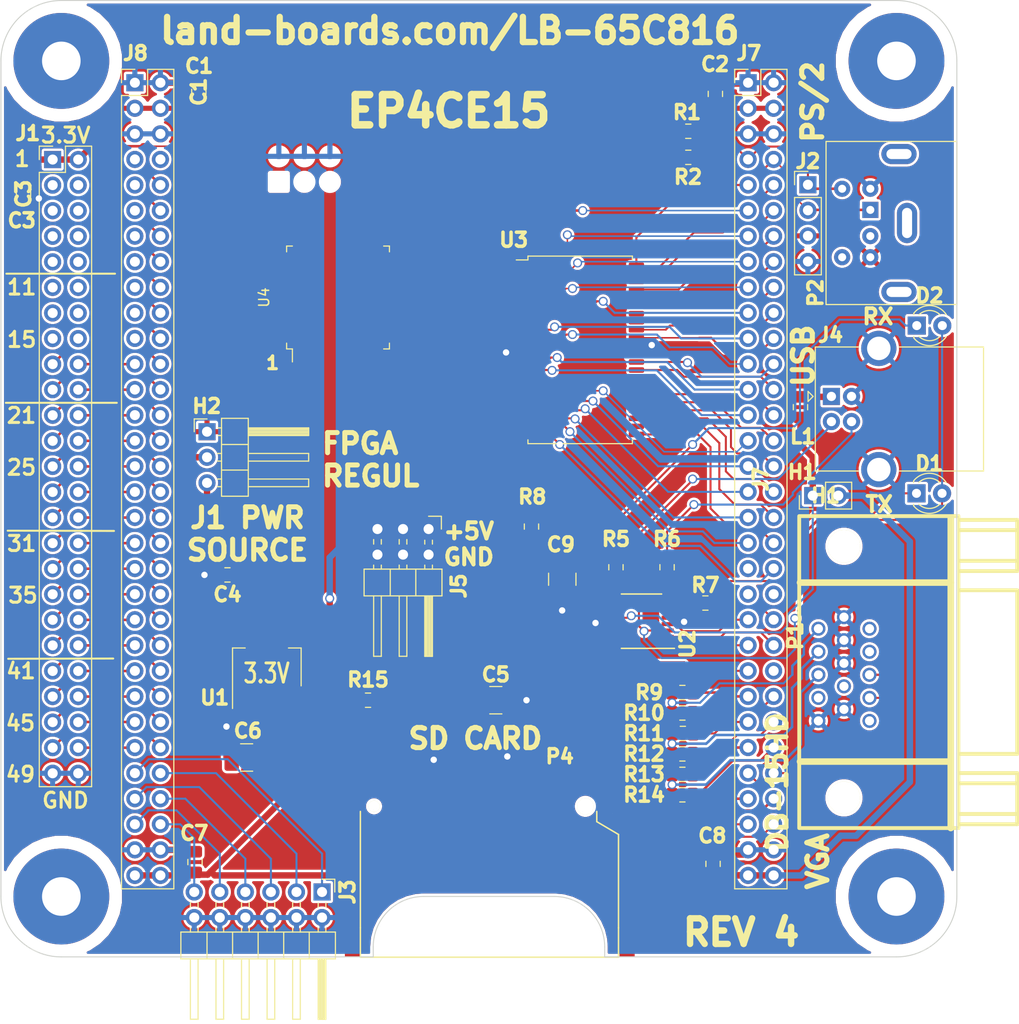
<source format=kicad_pcb>
(kicad_pcb (version 20171130) (host pcbnew "(5.1.10)-1")
  (title_block (title RETRO-EP4CE15) (date 2020-03-07) (rev 3) (company land-boards.com))
  (layers (0 F.Cu signal) (31 B.Cu signal) (36 B.SilkS user) (37 F.SilkS user) (38 B.Mask user) (39 F.Mask user) (44 Edge.Cuts user))
  (net 0 "")
  (net 1 +5V)
  (net 2 GND)
  (net 3 +3V3)
  (net 4 "Net-(P1-Pad1)")
  (net 5 "Net-(P1-Pad2)")
  (net 6 "Net-(P1-Pad3)")
  (net 7 /BLUHI)
  (net 8 /BLULO)
  (net 9 /GRNHI)
  (net 10 /GRNLO)
  (net 11 /REDHI)
  (net 12 /REDLO)
  (net 13 /MOSI)
  (net 14 /SDCS)
  (net 15 /SCLK)
  (net 16 /MISO)
  (net 17 /UP)
  (net 18 /UM)
  (net 19 /DM)
  (net 20 /DP)
  (net 21 /PS2DAT)
  (net 22 /PS2CLK)
  (net 23 VDD)
  (net 24 /VBUS)
  (net 25 /RX)
  (net 26 /TX)
  (net 27 /R1)
  (net 28 /T1)
  (net 29 +3.3VP)
  (net 30 /IO_AB14)
  (net 31 /IO_AA14)
  (net 32 /IO_AB15)
  (net 33 /IO_AA15)
  (net 34 /IO_AB16)
  (net 35 /IO_AA16)
  (net 36 /IO_AB17)
  (net 37 /IO_AA17)
  (net 38 /IO_AB18)
  (net 39 /IO_AA18)
  (net 40 /IO_AB19)
  (net 41 /IO_AA19)
  (net 42 /IO_AB20)
  (net 43 /IO_AA20)
  (net 44 /IO_Y21)
  (net 45 /IO_Y22)
  (net 46 /IO_W21)
  (net 47 /IO_W22)
  (net 48 /IO_V21)
  (net 49 /IO_V22)
  (net 50 /IO_U21)
  (net 51 /IO_U22)
  (net 52 /IO_R21)
  (net 53 /IO_R22)
  (net 54 /IO_P21)
  (net 55 /IO_P22)
  (net 56 /IO_N21)
  (net 57 /IO_M21)
  (net 58 /IO_M22)
  (net 59 /IO_L21)
  (net 60 /IO_L22)
  (net 61 /IO_K21)
  (net 62 /IO_K22)
  (net 63 /IO_J21)
  (net 64 /IO_J22)
  (net 65 /IO_H21)
  (net 66 /IO_H22)
  (net 67 /IO_F21)
  (net 68 /IO_F22)
  (net 69 /IO_E21)
  (net 70 /IO_E22)
  (net 71 /IO_D21)
  (net 72 /IO_D22)
  (net 73 /IO_C21)
  (net 74 /IO_C22)
  (net 75 /VSYNC)
  (net 76 /HSYNC)
  (net 77 /SRAMA15)
  (net 78 /SRAMA14)
  (net 79 /SRAMA16)
  (net 80 /SRAMA13)
  (net 81 /SRAMA17)
  (net 82 /SRAMA12)
  (net 83 /SRAMA18)
  (net 84 /SRAMA11)
  (net 85 /SRAMA19)
  (net 86 /SRAMA10)
  (net 87 /SRAMD3)
  (net 88 /SRAMD4)
  (net 89 /SRAMD2)
  (net 90 /SRAMD5)
  (net 91 /SRAMD1)
  (net 92 /SRAMD6)
  (net 93 /SRAMD0)
  (net 94 /SRAMD7)
  (net 95 /~SRAMCS)
  (net 96 /SRAMA8)
  (net 97 /SRAMA0)
  (net 98 /~SRAMOE)
  (net 99 /SRAMA1)
  (net 100 /SRAMA7)
  (net 101 /SRAMA2)
  (net 102 /SRAMA6)
  (net 103 /SRAMA3)
  (net 104 /SRAMA5)
  (net 105 /SRAMA4)
  (net 106 /~SRAMWE)
  (net 107 /SRAMA9)
  (net 108 /CARDET)
  (net 109 "Net-(J4-Pad1)")
  (net 110 /VCCIO)
  (net 111 /IO_N22)
  (net 112 /IO_B22)
  (net 113 /IO_B21)
  (net 114 /IO_N20)
  (net 115 /IO_N19)
  (net 116 /IO_M20)
  (net 117 /IO_M19)
  (net 118 /~FPGACTS)
  (net 119 /FPGARX)
  (net 120 /~FPGARTS)
  (net 121 /FPGATX)
  (module Connector_USB:USB_B_OST_USB-B1HSxx_Horizontal (layer F.Cu) (at 92.5322 49.3268)
    (fp_text reference J4 (at -0.0762 -6.096) (layer F.SilkS) (effects (font (size 1.397 1.397) (thickness 0.381))))
    (fp_text value USB_B)
    (pad 1 thru_hole rect (at 0 0) (size 1.7 1.7) (drill 0.92) (layers *.Cu *.Mask) (net 109 "Net-(J4-Pad1)"))
    (pad 2 thru_hole circle (at 0 2.5) (size 1.7 1.7) (drill 0.92) (layers *.Cu *.Mask) (net 19 /DM))
    (pad 3 thru_hole circle (at 2 2.5) (size 1.7 1.7) (drill 0.92) (layers *.Cu *.Mask) (net 20 /DP))
    (pad 4 thru_hole circle (at 2 0) (size 1.7 1.7) (drill 0.92) (layers *.Cu *.Mask) (net 2 GND))
    (pad 5 thru_hole circle (at 4.71 -4.77) (size 3.5 3.5) (drill 2.33) (layers *.Cu *.Mask) (net 2 GND))
    (pad 5 thru_hole circle (at 4.71 7.27) (size 3.5 3.5) (drill 2.33) (layers *.Cu *.Mask) (net 2 GND))
  )
  (module Resistor_SMD:R_0805_2012Metric_Pad1.15x1.40mm_HandSolder (layer F.Cu) (at 62.7253 62.2554 90)
    (fp_text reference R8 (at 2.9591 0.0762) (layer F.SilkS) (effects (font (size 1.397 1.397) (thickness 0.381))))
    (fp_text value 330)
    (pad 2 smd roundrect (at 1.025 0 90) (size 1.15 1.4) (layers F.Cu F.Paste F.Mask) (roundrect_rratio 0.217391) (net 25 /RX))
    (pad 1 smd roundrect (at -1.025 0 90) (size 1.15 1.4) (layers F.Cu F.Paste F.Mask) (roundrect_rratio 0.217391) (net 27 /R1))
  )
  (module Resistor_SMD:R_0805_2012Metric_Pad1.15x1.40mm_HandSolder (layer F.Cu) (at 80.01 69.85)
    (fp_text reference R7 (at 0 -1.778) (layer F.SilkS) (effects (font (size 1.397 1.397) (thickness 0.381))))
    (fp_text value 330)
    (pad 1 smd roundrect (at -1.025 0) (size 1.15 1.4) (layers F.Cu F.Paste F.Mask) (roundrect_rratio 0.217391) (net 28 /T1))
    (pad 2 smd roundrect (at 1.025 0) (size 1.15 1.4) (layers F.Cu F.Paste F.Mask) (roundrect_rratio 0.217391) (net 26 /TX))
  )
  (module Resistor_SMD:R_0805_2012Metric_Pad1.15x1.40mm_HandSolder (layer F.Cu) (at 78.3082 25.5778 180)
    (fp_text reference R2 (at 0.0254 -1.9558) (layer F.SilkS) (effects (font (size 1.397 1.397) (thickness 0.381))))
    (fp_text value 10K)
    (pad 1 smd roundrect (at -1.025 0 180) (size 1.15 1.4) (layers F.Cu F.Paste F.Mask) (roundrect_rratio 0.217391) (net 21 /PS2DAT))
    (pad 2 smd roundrect (at 1.025 0 180) (size 1.15 1.4) (layers F.Cu F.Paste F.Mask) (roundrect_rratio 0.217391) (net 3 +3V3))
  )
  (module LED_THT:LED_D3.0mm (layer F.Cu) (at 101.0158 42.291)
    (fp_text reference D2 (at 1.27 -2.9718 180) (layer F.SilkS) (effects (font (size 1.397 1.397) (thickness 0.381))))
    (fp_text value "3MM LED")
    (pad 2 thru_hole circle (at 2.54 0) (size 1.8 1.8) (drill 0.9) (layers *.Cu *.Mask) (net 110 /VCCIO))
    (pad 1 thru_hole rect (at 0 0) (size 1.8 1.8) (drill 0.9) (layers *.Cu *.Mask) (net 25 /RX))
  )
  (module Connector_PinHeader_2.54mm:PinHeader_2x32_P2.54mm_Vertical (layer F.Cu) (at 84.25 18.166)
    (fp_text reference J7 (at 0.078 -2.926) (layer F.SilkS) (effects (font (size 1.397 1.397) (thickness 0.381))))
    (fp_text value Conn_02x32_Odd_Even)
    (fp_text user %R (at 1.27 39.37 90) (layer F.SilkS) (effects (font (size 1.397 1.397) (thickness 0.381))))
    (pad 64 thru_hole oval (at 2.54 78.74) (size 1.7 1.7) (drill 1) (layers *.Cu *.Mask) (net 1 +5V))
    (pad 63 thru_hole oval (at 0 78.74) (size 1.7 1.7) (drill 1) (layers *.Cu *.Mask) (net 1 +5V))
    (pad 62 thru_hole oval (at 2.54 76.2) (size 1.7 1.7) (drill 1) (layers *.Cu *.Mask) (net 2 GND))
    (pad 61 thru_hole oval (at 0 76.2) (size 1.7 1.7) (drill 1) (layers *.Cu *.Mask) (net 2 GND))
    (pad 60 thru_hole oval (at 2.54 73.66) (size 1.7 1.7) (drill 1) (layers *.Cu *.Mask) (net 16 /MISO))
    (pad 59 thru_hole oval (at 0 73.66) (size 1.7 1.7) (drill 1) (layers *.Cu *.Mask) (net 15 /SCLK))
    (pad 58 thru_hole oval (at 2.54 71.12) (size 1.7 1.7) (drill 1) (layers *.Cu *.Mask) (net 13 /MOSI))
    (pad 57 thru_hole oval (at 0 71.12) (size 1.7 1.7) (drill 1) (layers *.Cu *.Mask) (net 14 /SDCS))
    (pad 56 thru_hole oval (at 2.54 68.58) (size 1.7 1.7) (drill 1) (layers *.Cu *.Mask) (net 75 /VSYNC))
    (pad 55 thru_hole oval (at 0 68.58) (size 1.7 1.7) (drill 1) (layers *.Cu *.Mask) (net 76 /HSYNC))
    (pad 54 thru_hole oval (at 2.54 66.04) (size 1.7 1.7) (drill 1) (layers *.Cu *.Mask) (net 7 /BLUHI))
    (pad 53 thru_hole oval (at 0 66.04) (size 1.7 1.7) (drill 1) (layers *.Cu *.Mask) (net 8 /BLULO))
    (pad 52 thru_hole oval (at 2.54 63.5) (size 1.7 1.7) (drill 1) (layers *.Cu *.Mask) (net 9 /GRNHI))
    (pad 51 thru_hole oval (at 0 63.5) (size 1.7 1.7) (drill 1) (layers *.Cu *.Mask) (net 10 /GRNLO))
    (pad 50 thru_hole oval (at 2.54 60.96) (size 1.7 1.7) (drill 1) (layers *.Cu *.Mask) (net 11 /REDHI))
    (pad 49 thru_hole oval (at 0 60.96) (size 1.7 1.7) (drill 1) (layers *.Cu *.Mask) (net 12 /REDLO))
    (pad 48 thru_hole oval (at 2.54 58.42) (size 1.7 1.7) (drill 1) (layers *.Cu *.Mask))
    (pad 47 thru_hole oval (at 0 58.42) (size 1.7 1.7) (drill 1) (layers *.Cu *.Mask) (net 108 /CARDET))
    (pad 46 thru_hole oval (at 2.54 55.88) (size 1.7 1.7) (drill 1) (layers *.Cu *.Mask) (net 118 /~FPGACTS))
    (pad 45 thru_hole oval (at 0 55.88) (size 1.7 1.7) (drill 1) (layers *.Cu *.Mask) (net 119 /FPGARX))
    (pad 44 thru_hole oval (at 2.54 53.34) (size 1.7 1.7) (drill 1) (layers *.Cu *.Mask) (net 120 /~FPGARTS))
    (pad 43 thru_hole oval (at 0 53.34) (size 1.7 1.7) (drill 1) (layers *.Cu *.Mask) (net 121 /FPGATX))
    (pad 42 thru_hole oval (at 2.54 50.8) (size 1.7 1.7) (drill 1) (layers *.Cu *.Mask))
    (pad 41 thru_hole oval (at 0 50.8) (size 1.7 1.7) (drill 1) (layers *.Cu *.Mask))
    (pad 40 thru_hole oval (at 2.54 48.26) (size 1.7 1.7) (drill 1) (layers *.Cu *.Mask) (net 77 /SRAMA15))
    (pad 39 thru_hole oval (at 0 48.26) (size 1.7 1.7) (drill 1) (layers *.Cu *.Mask))
    (pad 38 thru_hole oval (at 2.54 45.72) (size 1.7 1.7) (drill 1) (layers *.Cu *.Mask) (net 78 /SRAMA14))
    (pad 37 thru_hole oval (at 0 45.72) (size 1.7 1.7) (drill 1) (layers *.Cu *.Mask) (net 79 /SRAMA16))
    (pad 36 thru_hole oval (at 2.54 43.18) (size 1.7 1.7) (drill 1) (layers *.Cu *.Mask) (net 80 /SRAMA13))
    (pad 35 thru_hole oval (at 0 43.18) (size 1.7 1.7) (drill 1) (layers *.Cu *.Mask) (net 81 /SRAMA17))
    (pad 34 thru_hole oval (at 2.54 40.64) (size 1.7 1.7) (drill 1) (layers *.Cu *.Mask) (net 82 /SRAMA12))
    (pad 33 thru_hole oval (at 0 40.64) (size 1.7 1.7) (drill 1) (layers *.Cu *.Mask) (net 83 /SRAMA18))
    (pad 32 thru_hole oval (at 2.54 38.1) (size 1.7 1.7) (drill 1) (layers *.Cu *.Mask) (net 84 /SRAMA11))
    (pad 31 thru_hole oval (at 0 38.1) (size 1.7 1.7) (drill 1) (layers *.Cu *.Mask) (net 85 /SRAMA19))
    (pad 30 thru_hole oval (at 2.54 35.56) (size 1.7 1.7) (drill 1) (layers *.Cu *.Mask) (net 86 /SRAMA10))
    (pad 29 thru_hole oval (at 0 35.56) (size 1.7 1.7) (drill 1) (layers *.Cu *.Mask) (net 106 /~SRAMWE))
    (pad 28 thru_hole oval (at 2.54 33.02) (size 1.7 1.7) (drill 1) (layers *.Cu *.Mask) (net 107 /SRAMA9))
    (pad 27 thru_hole oval (at 0 33.02) (size 1.7 1.7) (drill 1) (layers *.Cu *.Mask) (net 87 /SRAMD3))
    (pad 26 thru_hole oval (at 2.54 30.48) (size 1.7 1.7) (drill 1) (layers *.Cu *.Mask) (net 88 /SRAMD4))
    (pad 25 thru_hole oval (at 0 30.48) (size 1.7 1.7) (drill 1) (layers *.Cu *.Mask) (net 89 /SRAMD2))
    (pad 24 thru_hole oval (at 2.54 27.94) (size 1.7 1.7) (drill 1) (layers *.Cu *.Mask) (net 90 /SRAMD5))
    (pad 23 thru_hole oval (at 0 27.94) (size 1.7 1.7) (drill 1) (layers *.Cu *.Mask) (net 91 /SRAMD1))
    (pad 22 thru_hole oval (at 2.54 25.4) (size 1.7 1.7) (drill 1) (layers *.Cu *.Mask) (net 92 /SRAMD6))
    (pad 21 thru_hole oval (at 0 25.4) (size 1.7 1.7) (drill 1) (layers *.Cu *.Mask) (net 93 /SRAMD0))
    (pad 20 thru_hole oval (at 2.54 22.86) (size 1.7 1.7) (drill 1) (layers *.Cu *.Mask) (net 94 /SRAMD7))
    (pad 19 thru_hole oval (at 0 22.86) (size 1.7 1.7) (drill 1) (layers *.Cu *.Mask) (net 95 /~SRAMCS))
    (pad 18 thru_hole oval (at 2.54 20.32) (size 1.7 1.7) (drill 1) (layers *.Cu *.Mask) (net 96 /SRAMA8))
    (pad 17 thru_hole oval (at 0 20.32) (size 1.7 1.7) (drill 1) (layers *.Cu *.Mask) (net 97 /SRAMA0))
    (pad 16 thru_hole oval (at 2.54 17.78) (size 1.7 1.7) (drill 1) (layers *.Cu *.Mask) (net 98 /~SRAMOE))
    (pad 15 thru_hole oval (at 0 17.78) (size 1.7 1.7) (drill 1) (layers *.Cu *.Mask) (net 99 /SRAMA1))
    (pad 14 thru_hole oval (at 2.54 15.24) (size 1.7 1.7) (drill 1) (layers *.Cu *.Mask) (net 100 /SRAMA7))
    (pad 13 thru_hole oval (at 0 15.24) (size 1.7 1.7) (drill 1) (layers *.Cu *.Mask) (net 101 /SRAMA2))
    (pad 12 thru_hole oval (at 2.54 12.7) (size 1.7 1.7) (drill 1) (layers *.Cu *.Mask) (net 102 /SRAMA6))
    (pad 11 thru_hole oval (at 0 12.7) (size 1.7 1.7) (drill 1) (layers *.Cu *.Mask) (net 103 /SRAMA3))
    (pad 10 thru_hole oval (at 2.54 10.16) (size 1.7 1.7) (drill 1) (layers *.Cu *.Mask) (net 104 /SRAMA5))
    (pad 9 thru_hole oval (at 0 10.16) (size 1.7 1.7) (drill 1) (layers *.Cu *.Mask) (net 105 /SRAMA4))
    (pad 8 thru_hole oval (at 2.54 7.62) (size 1.7 1.7) (drill 1) (layers *.Cu *.Mask) (net 21 /PS2DAT))
    (pad 7 thru_hole oval (at 0 7.62) (size 1.7 1.7) (drill 1) (layers *.Cu *.Mask) (net 22 /PS2CLK))
    (pad 6 thru_hole oval (at 2.54 5.08) (size 1.7 1.7) (drill 1) (layers *.Cu *.Mask) (net 2 GND))
    (pad 5 thru_hole oval (at 0 5.08) (size 1.7 1.7) (drill 1) (layers *.Cu *.Mask) (net 2 GND))
    (pad 4 thru_hole oval (at 2.54 2.54) (size 1.7 1.7) (drill 1) (layers *.Cu *.Mask) (net 3 +3V3))
    (pad 3 thru_hole oval (at 0 2.54) (size 1.7 1.7) (drill 1) (layers *.Cu *.Mask) (net 3 +3V3))
    (pad 2 thru_hole oval (at 2.54 0) (size 1.7 1.7) (drill 1) (layers *.Cu *.Mask) (net 2 GND))
    (pad 1 thru_hole rect (at 0 0) (size 1.7 1.7) (drill 1) (layers *.Cu *.Mask) (net 2 GND))
  )
  (module Connector_PinHeader_2.54mm:PinHeader_2x32_P2.54mm_Vertical (layer F.Cu) (at 23.31 18.166)
    (fp_text reference J8 (at 0.058 -2.926) (layer F.SilkS) (effects (font (size 1.397 1.397) (thickness 0.381))))
    (fp_text value Conn_02x32_Odd_Even)
    (pad 64 thru_hole oval (at 2.54 78.74) (size 1.7 1.7) (drill 1) (layers *.Cu *.Mask) (net 1 +5V))
    (pad 63 thru_hole oval (at 0 78.74) (size 1.7 1.7) (drill 1) (layers *.Cu *.Mask) (net 1 +5V))
    (pad 62 thru_hole oval (at 2.54 76.2) (size 1.7 1.7) (drill 1) (layers *.Cu *.Mask) (net 2 GND))
    (pad 61 thru_hole oval (at 0 76.2) (size 1.7 1.7) (drill 1) (layers *.Cu *.Mask) (net 2 GND))
    (pad 60 thru_hole oval (at 2.54 73.66) (size 1.7 1.7) (drill 1) (layers *.Cu *.Mask) (net 117 /IO_M19))
    (pad 59 thru_hole oval (at 0 73.66) (size 1.7 1.7) (drill 1) (layers *.Cu *.Mask) (net 116 /IO_M20))
    (pad 58 thru_hole oval (at 2.54 71.12) (size 1.7 1.7) (drill 1) (layers *.Cu *.Mask) (net 115 /IO_N19))
    (pad 57 thru_hole oval (at 0 71.12) (size 1.7 1.7) (drill 1) (layers *.Cu *.Mask) (net 114 /IO_N20))
    (pad 56 thru_hole oval (at 2.54 68.58) (size 1.7 1.7) (drill 1) (layers *.Cu *.Mask) (net 113 /IO_B21))
    (pad 55 thru_hole oval (at 0 68.58) (size 1.7 1.7) (drill 1) (layers *.Cu *.Mask) (net 112 /IO_B22))
    (pad 54 thru_hole oval (at 2.54 66.04) (size 1.7 1.7) (drill 1) (layers *.Cu *.Mask) (net 73 /IO_C21))
    (pad 53 thru_hole oval (at 0 66.04) (size 1.7 1.7) (drill 1) (layers *.Cu *.Mask) (net 74 /IO_C22))
    (pad 52 thru_hole oval (at 2.54 63.5) (size 1.7 1.7) (drill 1) (layers *.Cu *.Mask) (net 71 /IO_D21))
    (pad 51 thru_hole oval (at 0 63.5) (size 1.7 1.7) (drill 1) (layers *.Cu *.Mask) (net 72 /IO_D22))
    (pad 50 thru_hole oval (at 2.54 60.96) (size 1.7 1.7) (drill 1) (layers *.Cu *.Mask) (net 69 /IO_E21))
    (pad 49 thru_hole oval (at 0 60.96) (size 1.7 1.7) (drill 1) (layers *.Cu *.Mask) (net 70 /IO_E22))
    (pad 48 thru_hole oval (at 2.54 58.42) (size 1.7 1.7) (drill 1) (layers *.Cu *.Mask) (net 67 /IO_F21))
    (pad 47 thru_hole oval (at 0 58.42) (size 1.7 1.7) (drill 1) (layers *.Cu *.Mask) (net 68 /IO_F22))
    (pad 46 thru_hole oval (at 2.54 55.88) (size 1.7 1.7) (drill 1) (layers *.Cu *.Mask) (net 65 /IO_H21))
    (pad 45 thru_hole oval (at 0 55.88) (size 1.7 1.7) (drill 1) (layers *.Cu *.Mask) (net 66 /IO_H22))
    (pad 44 thru_hole oval (at 2.54 53.34) (size 1.7 1.7) (drill 1) (layers *.Cu *.Mask) (net 63 /IO_J21))
    (pad 43 thru_hole oval (at 0 53.34) (size 1.7 1.7) (drill 1) (layers *.Cu *.Mask) (net 64 /IO_J22))
    (pad 42 thru_hole oval (at 2.54 50.8) (size 1.7 1.7) (drill 1) (layers *.Cu *.Mask) (net 61 /IO_K21))
    (pad 41 thru_hole oval (at 0 50.8) (size 1.7 1.7) (drill 1) (layers *.Cu *.Mask) (net 62 /IO_K22))
    (pad 40 thru_hole oval (at 2.54 48.26) (size 1.7 1.7) (drill 1) (layers *.Cu *.Mask) (net 59 /IO_L21))
    (pad 39 thru_hole oval (at 0 48.26) (size 1.7 1.7) (drill 1) (layers *.Cu *.Mask) (net 60 /IO_L22))
    (pad 38 thru_hole oval (at 2.54 45.72) (size 1.7 1.7) (drill 1) (layers *.Cu *.Mask) (net 57 /IO_M21))
    (pad 37 thru_hole oval (at 0 45.72) (size 1.7 1.7) (drill 1) (layers *.Cu *.Mask) (net 58 /IO_M22))
    (pad 36 thru_hole oval (at 2.54 43.18) (size 1.7 1.7) (drill 1) (layers *.Cu *.Mask) (net 56 /IO_N21))
    (pad 35 thru_hole oval (at 0 43.18) (size 1.7 1.7) (drill 1) (layers *.Cu *.Mask) (net 111 /IO_N22))
    (pad 34 thru_hole oval (at 2.54 40.64) (size 1.7 1.7) (drill 1) (layers *.Cu *.Mask) (net 54 /IO_P21))
    (pad 33 thru_hole oval (at 0 40.64) (size 1.7 1.7) (drill 1) (layers *.Cu *.Mask) (net 55 /IO_P22))
    (pad 32 thru_hole oval (at 2.54 38.1) (size 1.7 1.7) (drill 1) (layers *.Cu *.Mask) (net 52 /IO_R21))
    (pad 31 thru_hole oval (at 0 38.1) (size 1.7 1.7) (drill 1) (layers *.Cu *.Mask) (net 53 /IO_R22))
    (pad 30 thru_hole oval (at 2.54 35.56) (size 1.7 1.7) (drill 1) (layers *.Cu *.Mask) (net 50 /IO_U21))
    (pad 29 thru_hole oval (at 0 35.56) (size 1.7 1.7) (drill 1) (layers *.Cu *.Mask) (net 51 /IO_U22))
    (pad 28 thru_hole oval (at 2.54 33.02) (size 1.7 1.7) (drill 1) (layers *.Cu *.Mask) (net 48 /IO_V21))
    (pad 27 thru_hole oval (at 0 33.02) (size 1.7 1.7) (drill 1) (layers *.Cu *.Mask) (net 49 /IO_V22))
    (pad 26 thru_hole oval (at 2.54 30.48) (size 1.7 1.7) (drill 1) (layers *.Cu *.Mask) (net 46 /IO_W21))
    (pad 25 thru_hole oval (at 0 30.48) (size 1.7 1.7) (drill 1) (layers *.Cu *.Mask) (net 47 /IO_W22))
    (pad 24 thru_hole oval (at 2.54 27.94) (size 1.7 1.7) (drill 1) (layers *.Cu *.Mask) (net 44 /IO_Y21))
    (pad 23 thru_hole oval (at 0 27.94) (size 1.7 1.7) (drill 1) (layers *.Cu *.Mask) (net 45 /IO_Y22))
    (pad 22 thru_hole oval (at 2.54 25.4) (size 1.7 1.7) (drill 1) (layers *.Cu *.Mask) (net 42 /IO_AB20))
    (pad 21 thru_hole oval (at 0 25.4) (size 1.7 1.7) (drill 1) (layers *.Cu *.Mask) (net 43 /IO_AA20))
    (pad 20 thru_hole oval (at 2.54 22.86) (size 1.7 1.7) (drill 1) (layers *.Cu *.Mask) (net 40 /IO_AB19))
    (pad 19 thru_hole oval (at 0 22.86) (size 1.7 1.7) (drill 1) (layers *.Cu *.Mask) (net 41 /IO_AA19))
    (pad 18 thru_hole oval (at 2.54 20.32) (size 1.7 1.7) (drill 1) (layers *.Cu *.Mask) (net 38 /IO_AB18))
    (pad 17 thru_hole oval (at 0 20.32) (size 1.7 1.7) (drill 1) (layers *.Cu *.Mask) (net 39 /IO_AA18))
    (pad 16 thru_hole oval (at 2.54 17.78) (size 1.7 1.7) (drill 1) (layers *.Cu *.Mask) (net 36 /IO_AB17))
    (pad 15 thru_hole oval (at 0 17.78) (size 1.7 1.7) (drill 1) (layers *.Cu *.Mask) (net 37 /IO_AA17))
    (pad 14 thru_hole oval (at 2.54 15.24) (size 1.7 1.7) (drill 1) (layers *.Cu *.Mask) (net 34 /IO_AB16))
    (pad 13 thru_hole oval (at 0 15.24) (size 1.7 1.7) (drill 1) (layers *.Cu *.Mask) (net 35 /IO_AA16))
    (pad 12 thru_hole oval (at 2.54 12.7) (size 1.7 1.7) (drill 1) (layers *.Cu *.Mask) (net 32 /IO_AB15))
    (pad 11 thru_hole oval (at 0 12.7) (size 1.7 1.7) (drill 1) (layers *.Cu *.Mask) (net 33 /IO_AA15))
    (pad 10 thru_hole oval (at 2.54 10.16) (size 1.7 1.7) (drill 1) (layers *.Cu *.Mask) (net 30 /IO_AB14))
    (pad 9 thru_hole oval (at 0 10.16) (size 1.7 1.7) (drill 1) (layers *.Cu *.Mask) (net 31 /IO_AA14))
    (pad 8 thru_hole oval (at 2.54 7.62) (size 1.7 1.7) (drill 1) (layers *.Cu *.Mask))
    (pad 7 thru_hole oval (at 0 7.62) (size 1.7 1.7) (drill 1) (layers *.Cu *.Mask))
    (pad 6 thru_hole oval (at 2.54 5.08) (size 1.7 1.7) (drill 1) (layers *.Cu *.Mask) (net 2 GND))
    (pad 5 thru_hole oval (at 0 5.08) (size 1.7 1.7) (drill 1) (layers *.Cu *.Mask) (net 2 GND))
    (pad 4 thru_hole oval (at 2.54 2.54) (size 1.7 1.7) (drill 1) (layers *.Cu *.Mask) (net 3 +3V3))
    (pad 3 thru_hole oval (at 0 2.54) (size 1.7 1.7) (drill 1) (layers *.Cu *.Mask) (net 3 +3V3))
    (pad 2 thru_hole oval (at 2.54 0) (size 1.7 1.7) (drill 1) (layers *.Cu *.Mask) (net 2 GND))
    (pad 1 thru_hole rect (at 0 0) (size 1.7 1.7) (drill 1) (layers *.Cu *.Mask) (net 2 GND))
  )
  (module Resistor_SMD:R_0805_2012Metric_Pad1.15x1.40mm_HandSolder (layer F.Cu) (at 78.3082 22.987 180)
    (fp_text reference R1 (at 0.127 1.8796) (layer F.SilkS) (effects (font (size 1.397 1.397) (thickness 0.381))))
    (fp_text value 10K)
    (pad 2 smd roundrect (at 1.025 0 180) (size 1.15 1.4) (layers F.Cu F.Paste F.Mask) (roundrect_rratio 0.217391) (net 3 +3V3))
    (pad 1 smd roundrect (at -1.025 0 180) (size 1.15 1.4) (layers F.Cu F.Paste F.Mask) (roundrect_rratio 0.217391) (net 22 /PS2CLK))
  )
  (module LandBoards_Conns:Connector_Mini-DIN_Female_6Pin_2rows (layer F.Cu) (at 96.4 30.8 90)
    (fp_text reference P2 (at -8.24 -5.44 90) (layer F.SilkS) (effects (font (size 1.397 1.397) (thickness 0.381))))
    (fp_text value CONN_6)
    (pad 7 thru_hole oval (at -8.15 2.85 90) (size 2 3.5) (drill oval 1 2.5) (layers *.Cu *.Mask))
    (pad 7 thru_hole oval (at 5.55 2.85 90) (size 2 3.5) (drill oval 1 2.5) (layers *.Cu *.Mask))
    (pad 1 thru_hole rect (at 0 0 90) (size 1.6 1.6) (drill 0.8) (layers *.Cu *.Mask) (net 21 /PS2DAT))
    (pad 2 thru_hole circle (at -2.6 0 90) (size 1.6 1.6) (drill 0.8) (layers *.Cu *.Mask))
    (pad 3 thru_hole circle (at 2.1 0 90) (size 1.6 1.6) (drill 0.8) (layers *.Cu *.Mask) (net 2 GND))
    (pad 4 thru_hole circle (at -4.7 0 90) (size 1.6 1.6) (drill 0.8) (layers *.Cu *.Mask) (net 3 +3V3))
    (pad 5 thru_hole circle (at 2.1 -2.8 90) (size 1.6 1.6) (drill 0.8) (layers *.Cu *.Mask) (net 22 /PS2CLK))
    (pad 6 thru_hole circle (at -4.7 -2.8 90) (size 1.6 1.6) (drill 0.8) (layers *.Cu *.Mask))
    (pad 7 thru_hole oval (at -1.3 3.65 90) (size 4 2) (drill oval 3 1) (layers *.Cu *.Mask))
  )
  (module LandBoards_MountHoles:MTG-6-32 (layer F.Cu) (at 16 16)
    (fp_text reference MTG1 hide)
    (fp_text value MTG_HOLE hide)
    (pad 1 thru_hole circle (at 0 0) (size 9.525 9.525) (drill 3.8354) (layers *.Cu *.Mask) (clearance 1.27))
  )
  (module LandBoards_MountHoles:MTG-6-32 (layer F.Cu) (at 99 16)
    (fp_text reference MTG2 hide)
    (fp_text value MTG_HOLE hide)
    (pad 1 thru_hole circle (at 0 0) (size 9.525 9.525) (drill 3.8354) (layers *.Cu *.Mask) (clearance 1.27))
  )
  (module LandBoards_MountHoles:MTG-6-32 (layer F.Cu) (at 16 99)
    (fp_text reference MTG3 hide)
    (fp_text value MTG_HOLE hide)
    (pad 1 thru_hole circle (at 0 0) (size 9.525 9.525) (drill 3.8354) (layers *.Cu *.Mask) (clearance 1.27))
  )
  (module LandBoards_MountHoles:MTG-6-32 (layer F.Cu) (at 99 99)
    (fp_text reference MTG?1 hide)
    (fp_text value MTG_HOLE hide)
    (pad 1 thru_hole circle (at 0 0) (size 9.525 9.525) (drill 3.8354) (layers *.Cu *.Mask) (clearance 1.27))
  )
  (module TO_SOT_Packages_SMD:SOT-223 (layer F.Cu) (at 36.4236 76.2254 90)
    (fp_text reference U1 (at -3.0226 -5.1816 -180) (layer F.SilkS) (effects (font (size 1.397 1.397) (thickness 0.381))))
    (fp_text value AP1117 hide)
    (pad 4 smd rect (at 3.15 0 90) (size 2 3.8) (layers F.Cu F.Mask) (net 29 +3.3VP))
    (pad 2 smd rect (at -3.15 0 90) (size 2 1.5) (layers F.Cu F.Mask) (net 29 +3.3VP))
    (pad 3 smd rect (at -3.15 2.3 90) (size 2 1.5) (layers F.Cu F.Mask) (net 1 +5V))
    (pad 1 smd rect (at -3.15 -2.3 90) (size 2 1.5) (layers F.Cu F.Mask) (net 2 GND))
  )
  (module Resistor_SMD:R_0805_2012Metric_Pad1.15x1.40mm_HandSolder (layer F.Cu) (at 77.724 78.74)
    (fp_text reference R9 (at -3.302 0) (layer F.SilkS) (effects (font (size 1.397 1.397) (thickness 0.381))))
    (fp_text value 845)
    (pad 2 smd roundrect (at 1.025 0) (size 1.15 1.4) (layers F.Cu F.Paste F.Mask) (roundrect_rratio 0.217391) (net 12 /REDLO))
    (pad 1 smd roundrect (at -1.025 0) (size 1.15 1.4) (layers F.Cu F.Paste F.Mask) (roundrect_rratio 0.217391) (net 4 "Net-(P1-Pad1)"))
  )
  (module Resistor_SMD:R_0805_2012Metric_Pad1.15x1.40mm_HandSolder (layer F.Cu) (at 77.724 80.772)
    (fp_text reference R10 (at -3.81 0) (layer F.SilkS) (effects (font (size 1.397 1.397) (thickness 0.381))))
    (fp_text value 422)
    (pad 1 smd roundrect (at -1.025 0) (size 1.15 1.4) (layers F.Cu F.Paste F.Mask) (roundrect_rratio 0.217391) (net 4 "Net-(P1-Pad1)"))
    (pad 2 smd roundrect (at 1.025 0) (size 1.15 1.4) (layers F.Cu F.Paste F.Mask) (roundrect_rratio 0.217391) (net 11 /REDHI))
  )
  (module Resistor_SMD:R_0805_2012Metric_Pad1.15x1.40mm_HandSolder (layer F.Cu) (at 77.7698 82.804)
    (fp_text reference R11 (at -3.8558 0) (layer F.SilkS) (effects (font (size 1.397 1.397) (thickness 0.381))))
    (fp_text value 845)
    (pad 2 smd roundrect (at 1.025 0) (size 1.15 1.4) (layers F.Cu F.Paste F.Mask) (roundrect_rratio 0.217391) (net 10 /GRNLO))
    (pad 1 smd roundrect (at -1.025 0) (size 1.15 1.4) (layers F.Cu F.Paste F.Mask) (roundrect_rratio 0.217391) (net 5 "Net-(P1-Pad2)"))
  )
  (module Resistor_SMD:R_0805_2012Metric_Pad1.15x1.40mm_HandSolder (layer F.Cu) (at 77.724 84.836)
    (fp_text reference R12 (at -3.81 0) (layer F.SilkS) (effects (font (size 1.397 1.397) (thickness 0.381))))
    (fp_text value 422)
    (pad 1 smd roundrect (at -1.025 0) (size 1.15 1.4) (layers F.Cu F.Paste F.Mask) (roundrect_rratio 0.217391) (net 5 "Net-(P1-Pad2)"))
    (pad 2 smd roundrect (at 1.025 0) (size 1.15 1.4) (layers F.Cu F.Paste F.Mask) (roundrect_rratio 0.217391) (net 9 /GRNHI))
  )
  (module Resistor_SMD:R_0805_2012Metric_Pad1.15x1.40mm_HandSolder (layer F.Cu) (at 77.724 86.868)
    (fp_text reference R13 (at -3.81 0) (layer F.SilkS) (effects (font (size 1.397 1.397) (thickness 0.381))))
    (fp_text value 845)
    (pad 2 smd roundrect (at 1.025 0) (size 1.15 1.4) (layers F.Cu F.Paste F.Mask) (roundrect_rratio 0.217391) (net 8 /BLULO))
    (pad 1 smd roundrect (at -1.025 0) (size 1.15 1.4) (layers F.Cu F.Paste F.Mask) (roundrect_rratio 0.217391) (net 6 "Net-(P1-Pad3)"))
  )
  (module Resistor_SMD:R_0805_2012Metric_Pad1.15x1.40mm_HandSolder (layer F.Cu) (at 77.724 88.9)
    (fp_text reference R14 (at -3.81 0) (layer F.SilkS) (effects (font (size 1.397 1.397) (thickness 0.381))))
    (fp_text value 422)
    (pad 1 smd roundrect (at -1.025 0) (size 1.15 1.4) (layers F.Cu F.Paste F.Mask) (roundrect_rratio 0.217391) (net 6 "Net-(P1-Pad3)"))
    (pad 2 smd roundrect (at 1.025 0) (size 1.15 1.4) (layers F.Cu F.Paste F.Mask) (roundrect_rratio 0.217391) (net 7 /BLUHI))
  )
  (module Pin_Headers:Pin_Header_Straight_1x02_Pitch2.54mm (layer F.Cu) (at 90.678 59.182 90)
    (fp_text reference H1 (at 2.3368 -1.0414 180) (layer F.SilkS) (effects (font (size 1.397 1.397) (thickness 0.381))))
    (fp_text value Conn_01x02)
    (fp_text user %R (at 0 1.27 -180) (layer F.SilkS) (effects (font (size 1.397 1.397) (thickness 0.381))))
    (pad 2 thru_hole oval (at 0 2.54 90) (size 1.7 1.7) (drill 1) (layers *.Cu *.Mask) (net 1 +5V))
    (pad 1 thru_hole rect (at 0 0 90) (size 1.7 1.7) (drill 1) (layers *.Cu *.Mask) (net 24 /VBUS))
  )
  (module Pin_Headers:Pin_Header_Straight_1x04_Pitch2.54mm (layer F.Cu) (at 90.2 28.3)
    (fp_text reference J2 (at 0 -2.33) (layer F.SilkS) (effects (font (size 1.397 1.397) (thickness 0.381))))
    (fp_text value Conn_01x04)
    (pad 4 thru_hole oval (at 0 7.62) (size 1.7 1.7) (drill 1) (layers *.Cu *.Mask) (net 2 GND))
    (pad 3 thru_hole oval (at 0 5.08) (size 1.7 1.7) (drill 1) (layers *.Cu *.Mask) (net 3 +3V3))
    (pad 2 thru_hole oval (at 0 2.54) (size 1.7 1.7) (drill 1) (layers *.Cu *.Mask) (net 21 /PS2DAT))
    (pad 1 thru_hole rect (at 0 0) (size 1.7 1.7) (drill 1) (layers *.Cu *.Mask) (net 22 /PS2CLK))
  )
  (module Resistor_SMD:R_0805_2012Metric_Pad1.15x1.40mm_HandSolder (layer F.Cu) (at 71.12 66.294 270)
    (fp_text reference R5 (at -2.794 0) (layer F.SilkS) (effects (font (size 1.397 1.397) (thickness 0.381))))
    (fp_text value 22)
    (pad 1 smd roundrect (at -1.025 0 270) (size 1.15 1.4) (layers F.Cu F.Paste F.Mask) (roundrect_rratio 0.217391) (net 19 /DM))
    (pad 2 smd roundrect (at 1.025 0 270) (size 1.15 1.4) (layers F.Cu F.Paste F.Mask) (roundrect_rratio 0.217391) (net 18 /UM))
  )
  (module Resistor_SMD:R_0805_2012Metric_Pad1.15x1.40mm_HandSolder (layer F.Cu) (at 76.2 66.294 270)
    (fp_text reference R6 (at -2.794 0) (layer F.SilkS) (effects (font (size 1.397 1.397) (thickness 0.381))))
    (fp_text value 22)
    (pad 2 smd roundrect (at 1.025 0 270) (size 1.15 1.4) (layers F.Cu F.Paste F.Mask) (roundrect_rratio 0.217391) (net 17 /UP))
    (pad 1 smd roundrect (at -1.025 0 270) (size 1.15 1.4) (layers F.Cu F.Paste F.Mask) (roundrect_rratio 0.217391) (net 20 /DP))
  )
  (module Package_SO:SSOP-16_3.9x4.9mm_P0.635mm (layer F.Cu) (at 73.66 71.628 180)
    (fp_text reference U2 (at -4.572 -2.286 270) (layer F.SilkS) (effects (font (size 1.397 1.397) (thickness 0.381))))
    (fp_text value FT230XS)
    (pad 1 smd rect (at -2.6 -2.2225 180) (size 1.2 0.4) (layers F.Cu F.Paste F.Mask) (net 119 /FPGARX))
    (pad 2 smd rect (at -2.6 -1.5875 180) (size 1.2 0.4) (layers F.Cu F.Paste F.Mask) (net 118 /~FPGACTS))
    (pad 3 smd rect (at -2.6 -0.9525 180) (size 1.2 0.4) (layers F.Cu F.Paste F.Mask) (net 110 /VCCIO))
    (pad 4 smd rect (at -2.6 -0.3175 180) (size 1.2 0.4) (layers F.Cu F.Paste F.Mask) (net 121 /FPGATX))
    (pad 5 smd rect (at -2.6 0.3175 180) (size 1.2 0.4) (layers F.Cu F.Paste F.Mask) (net 2 GND))
    (pad 6 smd rect (at -2.6 0.9525 180) (size 1.2 0.4) (layers F.Cu F.Paste F.Mask) (net 120 /~FPGARTS))
    (pad 7 smd rect (at -2.6 1.5875 180) (size 1.2 0.4) (layers F.Cu F.Paste F.Mask) (net 28 /T1))
    (pad 8 smd rect (at -2.6 2.2225 180) (size 1.2 0.4) (layers F.Cu F.Paste F.Mask) (net 17 /UP))
    (pad 9 smd rect (at 2.6 2.2225 180) (size 1.2 0.4) (layers F.Cu F.Paste F.Mask) (net 18 /UM))
    (pad 10 smd rect (at 2.6 1.5875 180) (size 1.2 0.4) (layers F.Cu F.Paste F.Mask) (net 110 /VCCIO))
    (pad 11 smd rect (at 2.6 0.9525 180) (size 1.2 0.4) (layers F.Cu F.Paste F.Mask))
    (pad 12 smd rect (at 2.6 0.3175 180) (size 1.2 0.4) (layers F.Cu F.Paste F.Mask) (net 24 /VBUS))
    (pad 13 smd rect (at 2.6 -0.3175 180) (size 1.2 0.4) (layers F.Cu F.Paste F.Mask) (net 2 GND))
    (pad 14 smd rect (at 2.6 -0.9525 180) (size 1.2 0.4) (layers F.Cu F.Paste F.Mask) (net 27 /R1))
    (pad 15 smd rect (at 2.6 -1.5875 180) (size 1.2 0.4) (layers F.Cu F.Paste F.Mask))
    (pad 16 smd rect (at 2.6 -2.2225 180) (size 1.2 0.4) (layers F.Cu F.Paste F.Mask))
  )
  (module Connector_PinHeader_2.54mm:PinHeader_2x25_P2.54mm_Vertical (layer F.Cu) (at 15.14 25.8)
    (fp_text reference J1 (at -2.4654 -2.6098) (layer F.SilkS) (effects (font (size 1.397 1.397) (thickness 0.381))))
    (fp_text value Conn_02x25_Odd_Even)
    (pad 1 thru_hole rect (at 0 0) (size 1.7 1.7) (drill 1) (layers *.Cu *.Mask) (net 23 VDD))
    (pad 2 thru_hole oval (at 2.54 0) (size 1.7 1.7) (drill 1) (layers *.Cu *.Mask) (net 23 VDD))
    (pad 3 thru_hole oval (at 0 2.54) (size 1.7 1.7) (drill 1) (layers *.Cu *.Mask))
    (pad 4 thru_hole oval (at 2.54 2.54) (size 1.7 1.7) (drill 1) (layers *.Cu *.Mask))
    (pad 5 thru_hole oval (at 0 5.08) (size 1.7 1.7) (drill 1) (layers *.Cu *.Mask))
    (pad 6 thru_hole oval (at 2.54 5.08) (size 1.7 1.7) (drill 1) (layers *.Cu *.Mask))
    (pad 7 thru_hole oval (at 0 7.62) (size 1.7 1.7) (drill 1) (layers *.Cu *.Mask))
    (pad 8 thru_hole oval (at 2.54 7.62) (size 1.7 1.7) (drill 1) (layers *.Cu *.Mask))
    (pad 9 thru_hole oval (at 0 10.16) (size 1.7 1.7) (drill 1) (layers *.Cu *.Mask))
    (pad 10 thru_hole oval (at 2.54 10.16) (size 1.7 1.7) (drill 1) (layers *.Cu *.Mask))
    (pad 11 thru_hole oval (at 0 12.7) (size 1.7 1.7) (drill 1) (layers *.Cu *.Mask))
    (pad 12 thru_hole oval (at 2.54 12.7) (size 1.7 1.7) (drill 1) (layers *.Cu *.Mask))
    (pad 13 thru_hole oval (at 0 15.24) (size 1.7 1.7) (drill 1) (layers *.Cu *.Mask))
    (pad 14 thru_hole oval (at 2.54 15.24) (size 1.7 1.7) (drill 1) (layers *.Cu *.Mask))
    (pad 15 thru_hole oval (at 0 17.78) (size 1.7 1.7) (drill 1) (layers *.Cu *.Mask))
    (pad 16 thru_hole oval (at 2.54 17.78) (size 1.7 1.7) (drill 1) (layers *.Cu *.Mask))
    (pad 17 thru_hole oval (at 0 20.32) (size 1.7 1.7) (drill 1) (layers *.Cu *.Mask) (net 44 /IO_Y21))
    (pad 18 thru_hole oval (at 2.54 20.32) (size 1.7 1.7) (drill 1) (layers *.Cu *.Mask) (net 45 /IO_Y22))
    (pad 19 thru_hole oval (at 0 22.86) (size 1.7 1.7) (drill 1) (layers *.Cu *.Mask) (net 46 /IO_W21))
    (pad 20 thru_hole oval (at 2.54 22.86) (size 1.7 1.7) (drill 1) (layers *.Cu *.Mask) (net 47 /IO_W22))
    (pad 21 thru_hole oval (at 0 25.4) (size 1.7 1.7) (drill 1) (layers *.Cu *.Mask) (net 48 /IO_V21))
    (pad 22 thru_hole oval (at 2.54 25.4) (size 1.7 1.7) (drill 1) (layers *.Cu *.Mask) (net 49 /IO_V22))
    (pad 23 thru_hole oval (at 0 27.94) (size 1.7 1.7) (drill 1) (layers *.Cu *.Mask) (net 50 /IO_U21))
    (pad 24 thru_hole oval (at 2.54 27.94) (size 1.7 1.7) (drill 1) (layers *.Cu *.Mask) (net 51 /IO_U22))
    (pad 25 thru_hole oval (at 0 30.48) (size 1.7 1.7) (drill 1) (layers *.Cu *.Mask) (net 52 /IO_R21))
    (pad 26 thru_hole oval (at 2.54 30.48) (size 1.7 1.7) (drill 1) (layers *.Cu *.Mask) (net 53 /IO_R22))
    (pad 27 thru_hole oval (at 0 33.02) (size 1.7 1.7) (drill 1) (layers *.Cu *.Mask) (net 54 /IO_P21))
    (pad 28 thru_hole oval (at 2.54 33.02) (size 1.7 1.7) (drill 1) (layers *.Cu *.Mask) (net 55 /IO_P22))
    (pad 29 thru_hole oval (at 0 35.56) (size 1.7 1.7) (drill 1) (layers *.Cu *.Mask) (net 56 /IO_N21))
    (pad 30 thru_hole oval (at 2.54 35.56) (size 1.7 1.7) (drill 1) (layers *.Cu *.Mask) (net 111 /IO_N22))
    (pad 31 thru_hole oval (at 0 38.1) (size 1.7 1.7) (drill 1) (layers *.Cu *.Mask) (net 57 /IO_M21))
    (pad 32 thru_hole oval (at 2.54 38.1) (size 1.7 1.7) (drill 1) (layers *.Cu *.Mask) (net 58 /IO_M22))
    (pad 33 thru_hole oval (at 0 40.64) (size 1.7 1.7) (drill 1) (layers *.Cu *.Mask) (net 59 /IO_L21))
    (pad 34 thru_hole oval (at 2.54 40.64) (size 1.7 1.7) (drill 1) (layers *.Cu *.Mask) (net 60 /IO_L22))
    (pad 35 thru_hole oval (at 0 43.18) (size 1.7 1.7) (drill 1) (layers *.Cu *.Mask) (net 61 /IO_K21))
    (pad 36 thru_hole oval (at 2.54 43.18) (size 1.7 1.7) (drill 1) (layers *.Cu *.Mask) (net 62 /IO_K22))
    (pad 37 thru_hole oval (at 0 45.72) (size 1.7 1.7) (drill 1) (layers *.Cu *.Mask) (net 63 /IO_J21))
    (pad 38 thru_hole oval (at 2.54 45.72) (size 1.7 1.7) (drill 1) (layers *.Cu *.Mask) (net 64 /IO_J22))
    (pad 39 thru_hole oval (at 0 48.26) (size 1.7 1.7) (drill 1) (layers *.Cu *.Mask) (net 65 /IO_H21))
    (pad 40 thru_hole oval (at 2.54 48.26) (size 1.7 1.7) (drill 1) (layers *.Cu *.Mask) (net 66 /IO_H22))
    (pad 41 thru_hole oval (at 0 50.8) (size 1.7 1.7) (drill 1) (layers *.Cu *.Mask) (net 67 /IO_F21))
    (pad 42 thru_hole oval (at 2.54 50.8) (size 1.7 1.7) (drill 1) (layers *.Cu *.Mask) (net 68 /IO_F22))
    (pad 43 thru_hole oval (at 0 53.34) (size 1.7 1.7) (drill 1) (layers *.Cu *.Mask) (net 69 /IO_E21))
    (pad 44 thru_hole oval (at 2.54 53.34) (size 1.7 1.7) (drill 1) (layers *.Cu *.Mask) (net 70 /IO_E22))
    (pad 45 thru_hole oval (at 0 55.88) (size 1.7 1.7) (drill 1) (layers *.Cu *.Mask) (net 71 /IO_D21))
    (pad 46 thru_hole oval (at 2.54 55.88) (size 1.7 1.7) (drill 1) (layers *.Cu *.Mask) (net 72 /IO_D22))
    (pad 47 thru_hole oval (at 0 58.42) (size 1.7 1.7) (drill 1) (layers *.Cu *.Mask) (net 73 /IO_C21))
    (pad 48 thru_hole oval (at 2.54 58.42) (size 1.7 1.7) (drill 1) (layers *.Cu *.Mask) (net 74 /IO_C22))
    (pad 49 thru_hole oval (at 0 60.96) (size 1.7 1.7) (drill 1) (layers *.Cu *.Mask) (net 2 GND))
    (pad 50 thru_hole oval (at 2.54 60.96) (size 1.7 1.7) (drill 1) (layers *.Cu *.Mask) (net 2 GND))
  )
  (module Capacitor_SMD:C_0805_2012Metric_Pad1.15x1.40mm_HandSolder (layer F.Cu) (at 29.2862 95.5802 90)
    (fp_text reference C7 (at 2.8702 -0.0762 180) (layer F.SilkS) (effects (font (size 1.397 1.397) (thickness 0.381))))
    (fp_text value 0.1uF)
    (pad 1 smd roundrect (at -1.025 0 90) (size 1.15 1.4) (layers F.Cu F.Paste F.Mask) (roundrect_rratio 0.217391) (net 1 +5V))
    (pad 2 smd roundrect (at 1.025 0 90) (size 1.15 1.4) (layers F.Cu F.Paste F.Mask) (roundrect_rratio 0.217391) (net 2 GND))
  )
  (module Capacitor_SMD:C_0805_2012Metric_Pad1.15x1.40mm_HandSolder (layer F.Cu) (at 80.772 95.758 90)
    (fp_text reference C8 (at 2.794 -0.0762 180) (layer F.SilkS) (effects (font (size 1.397 1.397) (thickness 0.381))))
    (fp_text value 0.1uF)
    (pad 1 smd roundrect (at -1.025 0 90) (size 1.15 1.4) (layers F.Cu F.Paste F.Mask) (roundrect_rratio 0.217391) (net 1 +5V))
    (pad 2 smd roundrect (at 1.025 0 90) (size 1.15 1.4) (layers F.Cu F.Paste F.Mask) (roundrect_rratio 0.217391) (net 2 GND))
  )
  (module Capacitor_SMD:C_0805_2012Metric_Pad1.15x1.40mm_HandSolder (layer F.Cu) (at 12.2428 29.21 270)
    (fp_text reference C3 (at 2.6416 0.1778) (layer F.SilkS) (effects (font (size 1.397 1.397) (thickness 0.381))))
    (fp_text value 0.1uF)
    (fp_text user %R (at 0 0 270) (layer F.SilkS) (effects (font (size 1.397 1.397) (thickness 0.381))))
    (pad 2 smd roundrect (at 1.025 0 270) (size 1.15 1.4) (layers F.Cu F.Paste F.Mask) (roundrect_rratio 0.217391) (net 2 GND))
    (pad 1 smd roundrect (at -1.025 0 270) (size 1.15 1.4) (layers F.Cu F.Paste F.Mask) (roundrect_rratio 0.217391) (net 23 VDD))
  )
  (module Capacitor_SMD:C_0805_2012Metric_Pad1.15x1.40mm_HandSolder (layer F.Cu) (at 81.0006 19.2786 90)
    (fp_text reference C2 (at 2.9464 -0.0254 180) (layer F.SilkS) (effects (font (size 1.397 1.397) (thickness 0.381))))
    (fp_text value 0.1uF)
    (pad 1 smd roundrect (at -1.025 0 90) (size 1.15 1.4) (layers F.Cu F.Paste F.Mask) (roundrect_rratio 0.217391) (net 3 +3V3))
    (pad 2 smd roundrect (at 1.025 0 90) (size 1.15 1.4) (layers F.Cu F.Paste F.Mask) (roundrect_rratio 0.217391) (net 2 GND))
  )
  (module Capacitor_SMD:C_0805_2012Metric_Pad1.15x1.40mm_HandSolder (layer F.Cu) (at 29.6672 19.0754 90)
    (fp_text reference C1 (at 2.5654 0.0254 180) (layer F.SilkS) (effects (font (size 1.397 1.397) (thickness 0.381))))
    (fp_text value 0.1uF)
    (fp_text user %R (at 0 0 90) (layer F.SilkS) (effects (font (size 1.397 1.397) (thickness 0.381))))
    (pad 2 smd roundrect (at 1.025 0 90) (size 1.15 1.4) (layers F.Cu F.Paste F.Mask) (roundrect_rratio 0.217391) (net 2 GND))
    (pad 1 smd roundrect (at -1.025 0 90) (size 1.15 1.4) (layers F.Cu F.Paste F.Mask) (roundrect_rratio 0.217391) (net 3 +3V3))
  )
  (module Inductor_SMD:L_0805_2012Metric_Pad1.15x1.40mm_HandSolder (layer F.Cu) (at 89.4588 50.3936 270)
    (fp_text reference L1 (at 2.921 -0.2286) (layer F.SilkS) (effects (font (size 1.397 1.397) (thickness 0.381))))
    (fp_text value " MI0805K601R-10")
    (pad 1 smd roundrect (at -1.025 0 270) (size 1.15 1.4) (layers F.Cu F.Paste F.Mask) (roundrect_rratio 0.217391) (net 109 "Net-(J4-Pad1)"))
    (pad 2 smd roundrect (at 1.025 0 270) (size 1.15 1.4) (layers F.Cu F.Paste F.Mask) (roundrect_rratio 0.217391) (net 24 /VBUS))
  )
  (module LandBoards_Conns:SD_CARD (layer F.Cu) (at 52.959 90.043)
    (fp_text reference P4 (at 12.573 -4.953) (layer F.SilkS) (effects (font (size 1.397 1.397) (thickness 0.381))))
    (fp_text value SD_Card-conn hide)
    (pad 11 smd rect (at -6.6 -2.8) (size 0.7 1.5) (layers F.Cu F.Mask))
    (pad 10 smd rect (at -5.46 -2.8) (size 0.7 1.5) (layers F.Cu F.Mask) (net 108 /CARDET))
    (pad "" np_thru_hole circle (at 15.12 0) (size 1.6 1.6) (drill 1.6) (layers *.Cu *.Mask F.SilkS))
    (pad 2 smd rect (at 10 -2.8) (size 1 1.5) (layers F.Cu F.Mask) (net 13 /MOSI))
    (pad 1 smd rect (at 12.5 -2.8) (size 1 1.5) (layers F.Cu F.Mask) (net 14 /SDCS))
    (pad 3 smd rect (at 7.5 -2.8) (size 1 1.5) (layers F.Cu F.Mask) (net 2 GND))
    (pad 4 smd rect (at 5 -2.8) (size 1 1.5) (layers F.Cu F.Mask) (net 3 +3V3))
    (pad 5 smd rect (at 2.5 -2.8) (size 1 1.5) (layers F.Cu F.Mask) (net 15 /SCLK))
    (pad 6 smd rect (at 0 -2.8) (size 1 1.5) (layers F.Cu F.Mask) (net 2 GND))
    (pad 7 smd rect (at -2.42 -2.8) (size 1 1.5) (layers F.Cu F.Mask) (net 16 /MISO))
    (pad 8 smd rect (at -4.12 -2.8) (size 1 1.5) (layers F.Cu F.Mask))
    (pad 9 smd rect (at 15 -2.8) (size 1 1.5) (layers F.Cu F.Mask))
    (pad 12 smd rect (at 17.07 -1) (size 1.5 2.8) (layers F.Cu F.Mask))
    (pad 13 smd rect (at -8.03 -1) (size 1.5 2.8) (layers F.Cu F.Mask))
    (pad 14 smd rect (at -8.03 13.5) (size 1.5 2.8) (layers F.Cu F.Mask))
    (pad 15 smd rect (at 19.27 13.5) (size 1.5 2.8) (layers F.Cu F.Mask))
    (pad "" np_thru_hole circle (at -5.88 0) (size 1.1 1.1) (drill 1.1) (layers *.Cu *.Mask F.SilkS))
  )
  (module Connector_PinHeader_2.54mm:PinHeader_1x03_P2.54mm_Horizontal (layer F.Cu) (at 30.48 52.832)
    (fp_text reference H2 (at -0.0254 -2.54) (layer F.SilkS) (effects (font (size 1.397 1.397) (thickness 0.381))))
    (fp_text value Conn_01x03)
    (pad 1 thru_hole rect (at 0 0) (size 1.7 1.7) (drill 1) (layers *.Cu *.Mask) (net 3 +3V3))
    (pad 2 thru_hole oval (at 0 2.54) (size 1.7 1.7) (drill 1) (layers *.Cu *.Mask) (net 23 VDD))
    (pad 3 thru_hole oval (at 0 5.08) (size 1.7 1.7) (drill 1) (layers *.Cu *.Mask) (net 29 +3.3VP))
  )
  (module Package_SO:TSOP-II-44_10.16x18.41mm_P0.8mm (layer F.Cu) (at 67.564 44.704)
    (fp_text reference U3 (at -6.604 -10.922) (layer F.SilkS) (effects (font (size 1.397 1.397) (thickness 0.381))))
    (fp_text value IS62WV10248EBLL-45TLI)
    (pad 1 smd roundrect (at -5.5875 -8.4) (size 1.525 0.55) (layers F.Cu F.Paste F.Mask) (net 105 /SRAMA4))
    (pad 2 smd roundrect (at -5.5875 -7.6) (size 1.525 0.55) (layers F.Cu F.Paste F.Mask) (net 103 /SRAMA3))
    (pad 3 smd roundrect (at -5.5875 -6.8) (size 1.525 0.55) (layers F.Cu F.Paste F.Mask) (net 101 /SRAMA2))
    (pad 4 smd roundrect (at -5.5875 -6) (size 1.525 0.55) (layers F.Cu F.Paste F.Mask) (net 99 /SRAMA1))
    (pad 5 smd roundrect (at -5.5875 -5.2) (size 1.525 0.55) (layers F.Cu F.Paste F.Mask) (net 97 /SRAMA0))
    (pad 6 smd roundrect (at -5.5875 -4.4) (size 1.525 0.55) (layers F.Cu F.Paste F.Mask) (net 95 /~SRAMCS))
    (pad 7 smd roundrect (at -5.5875 -3.6) (size 1.525 0.55) (layers F.Cu F.Paste F.Mask))
    (pad 8 smd roundrect (at -5.5875 -2.8) (size 1.525 0.55) (layers F.Cu F.Paste F.Mask))
    (pad 9 smd roundrect (at -5.5875 -2) (size 1.525 0.55) (layers F.Cu F.Paste F.Mask) (net 93 /SRAMD0))
    (pad 10 smd roundrect (at -5.5875 -1.2) (size 1.525 0.55) (layers F.Cu F.Paste F.Mask) (net 91 /SRAMD1))
    (pad 11 smd roundrect (at -5.5875 -0.4) (size 1.525 0.55) (layers F.Cu F.Paste F.Mask) (net 3 +3V3))
    (pad 12 smd roundrect (at -5.5875 0.4) (size 1.525 0.55) (layers F.Cu F.Paste F.Mask) (net 2 GND))
    (pad 13 smd roundrect (at -5.5875 1.2) (size 1.525 0.55) (layers F.Cu F.Paste F.Mask) (net 89 /SRAMD2))
    (pad 14 smd roundrect (at -5.5875 2) (size 1.525 0.55) (layers F.Cu F.Paste F.Mask) (net 87 /SRAMD3))
    (pad 15 smd roundrect (at -5.5875 2.8) (size 1.525 0.55) (layers F.Cu F.Paste F.Mask))
    (pad 16 smd roundrect (at -5.5875 3.6) (size 1.525 0.55) (layers F.Cu F.Paste F.Mask))
    (pad 17 smd roundrect (at -5.5875 4.4) (size 1.525 0.55) (layers F.Cu F.Paste F.Mask) (net 106 /~SRAMWE))
    (pad 18 smd roundrect (at -5.5875 5.2) (size 1.525 0.55) (layers F.Cu F.Paste F.Mask) (net 85 /SRAMA19))
    (pad 19 smd roundrect (at -5.5875 6) (size 1.525 0.55) (layers F.Cu F.Paste F.Mask) (net 83 /SRAMA18))
    (pad 20 smd roundrect (at -5.5875 6.8) (size 1.525 0.55) (layers F.Cu F.Paste F.Mask) (net 81 /SRAMA17))
    (pad 21 smd roundrect (at -5.5875 7.6) (size 1.525 0.55) (layers F.Cu F.Paste F.Mask) (net 79 /SRAMA16))
    (pad 22 smd roundrect (at -5.5875 8.4) (size 1.525 0.55) (layers F.Cu F.Paste F.Mask) (net 77 /SRAMA15))
    (pad 23 smd roundrect (at 5.5875 8.4) (size 1.525 0.55) (layers F.Cu F.Paste F.Mask) (net 78 /SRAMA14))
    (pad 24 smd roundrect (at 5.5875 7.6) (size 1.525 0.55) (layers F.Cu F.Paste F.Mask) (net 80 /SRAMA13))
    (pad 25 smd roundrect (at 5.5875 6.8) (size 1.525 0.55) (layers F.Cu F.Paste F.Mask) (net 82 /SRAMA12))
    (pad 26 smd roundrect (at 5.5875 6) (size 1.525 0.55) (layers F.Cu F.Paste F.Mask) (net 84 /SRAMA11))
    (pad 27 smd roundrect (at 5.5875 5.2) (size 1.525 0.55) (layers F.Cu F.Paste F.Mask) (net 86 /SRAMA10))
    (pad 28 smd roundrect (at 5.5875 4.4) (size 1.525 0.55) (layers F.Cu F.Paste F.Mask) (net 107 /SRAMA9))
    (pad 29 smd roundrect (at 5.5875 3.6) (size 1.525 0.55) (layers F.Cu F.Paste F.Mask))
    (pad 30 smd roundrect (at 5.5875 2.8) (size 1.525 0.55) (layers F.Cu F.Paste F.Mask))
    (pad 31 smd roundrect (at 5.5875 2) (size 1.525 0.55) (layers F.Cu F.Paste F.Mask) (net 88 /SRAMD4))
    (pad 32 smd roundrect (at 5.5875 1.2) (size 1.525 0.55) (layers F.Cu F.Paste F.Mask) (net 90 /SRAMD5))
    (pad 33 smd roundrect (at 5.5875 0.4) (size 1.525 0.55) (layers F.Cu F.Paste F.Mask) (net 3 +3V3))
    (pad 34 smd roundrect (at 5.5875 -0.4) (size 1.525 0.55) (layers F.Cu F.Paste F.Mask) (net 2 GND))
    (pad 35 smd roundrect (at 5.5875 -1.2) (size 1.525 0.55) (layers F.Cu F.Paste F.Mask) (net 92 /SRAMD6))
    (pad 36 smd roundrect (at 5.5875 -2) (size 1.525 0.55) (layers F.Cu F.Paste F.Mask) (net 94 /SRAMD7))
    (pad 37 smd roundrect (at 5.5875 -2.8) (size 1.525 0.55) (layers F.Cu F.Paste F.Mask))
    (pad 38 smd roundrect (at 5.5875 -3.6) (size 1.525 0.55) (layers F.Cu F.Paste F.Mask))
    (pad 39 smd roundrect (at 5.5875 -4.4) (size 1.525 0.55) (layers F.Cu F.Paste F.Mask) (net 96 /SRAMA8))
    (pad 40 smd roundrect (at 5.5875 -5.2) (size 1.525 0.55) (layers F.Cu F.Paste F.Mask) (net 3 +3V3))
    (pad 41 smd roundrect (at 5.5875 -6) (size 1.525 0.55) (layers F.Cu F.Paste F.Mask) (net 98 /~SRAMOE))
    (pad 42 smd roundrect (at 5.5875 -6.8) (size 1.525 0.55) (layers F.Cu F.Paste F.Mask) (net 100 /SRAMA7))
    (pad 43 smd roundrect (at 5.5875 -7.6) (size 1.525 0.55) (layers F.Cu F.Paste F.Mask) (net 102 /SRAMA6))
    (pad 44 smd roundrect (at 5.5875 -8.4) (size 1.525 0.55) (layers F.Cu F.Paste F.Mask) (net 104 /SRAMA5))
  )
  (module Capacitor_SMD:C_1210_3225Metric_Pad1.42x2.65mm_HandSolder (layer F.Cu) (at 59.182 79.502)
    (fp_text reference C5 (at 0 -2.54) (layer F.SilkS) (effects (font (size 1.397 1.397) (thickness 0.381))))
    (fp_text value 10uF)
    (pad 1 smd roundrect (at -1.4875 0) (size 1.425 2.65) (layers F.Cu F.Paste F.Mask) (roundrect_rratio 0.175439) (net 3 +3V3))
    (pad 2 smd roundrect (at 1.4875 0) (size 1.425 2.65) (layers F.Cu F.Paste F.Mask) (roundrect_rratio 0.175439) (net 2 GND))
  )
  (module Capacitor_SMD:C_0805_2012Metric_Pad1.15x1.40mm_HandSolder (layer F.Cu) (at 32.512 67.056 180)
    (fp_text reference C4 (at 0 -1.944 180) (layer F.SilkS) (effects (font (size 1.397 1.397) (thickness 0.381))))
    (fp_text value 0.1uF)
    (pad 1 smd roundrect (at -1.025 0 180) (size 1.15 1.4) (layers F.Cu F.Paste F.Mask) (roundrect_rratio 0.217391) (net 29 +3.3VP))
    (pad 2 smd roundrect (at 1.025 0 180) (size 1.15 1.4) (layers F.Cu F.Paste F.Mask) (roundrect_rratio 0.217391) (net 2 GND))
  )
  (module Capacitor_SMD:C_1210_3225Metric_Pad1.42x2.65mm_HandSolder (layer F.Cu) (at 34.417 85.1916 180)
    (fp_text reference C6 (at -0.127 2.6416 180) (layer F.SilkS) (effects (font (size 1.397 1.397) (thickness 0.381))))
    (fp_text value 10uF)
    (pad 1 smd roundrect (at -1.4875 0 180) (size 1.425 2.65) (layers F.Cu F.Paste F.Mask) (roundrect_rratio 0.175439) (net 29 +3.3VP))
    (pad 2 smd roundrect (at 1.4875 0 180) (size 1.425 2.65) (layers F.Cu F.Paste F.Mask) (roundrect_rratio 0.175439) (net 2 GND))
  )
  (module Connector_PinHeader_2.54mm:PinHeader_2x06_P2.54mm_Horizontal (layer F.Cu) (at 41.91 98.552 270)
    (fp_text reference J3 (at 0 -2.54 270) (layer F.SilkS) (effects (font (size 1.397 1.397) (thickness 0.381))))
    (fp_text value Conn_02x06_Odd_Even)
    (pad 1 thru_hole rect (at 0 0 270) (size 1.7 1.7) (drill 1) (layers *.Cu *.Mask) (net 112 /IO_B22))
    (pad 2 thru_hole oval (at 2.54 0 270) (size 1.7 1.7) (drill 1) (layers *.Cu *.Mask) (net 2 GND))
    (pad 3 thru_hole oval (at 0 2.54 270) (size 1.7 1.7) (drill 1) (layers *.Cu *.Mask) (net 113 /IO_B21))
    (pad 4 thru_hole oval (at 2.54 2.54 270) (size 1.7 1.7) (drill 1) (layers *.Cu *.Mask) (net 2 GND))
    (pad 5 thru_hole oval (at 0 5.08 270) (size 1.7 1.7) (drill 1) (layers *.Cu *.Mask) (net 114 /IO_N20))
    (pad 6 thru_hole oval (at 2.54 5.08 270) (size 1.7 1.7) (drill 1) (layers *.Cu *.Mask) (net 2 GND))
    (pad 7 thru_hole oval (at 0 7.62 270) (size 1.7 1.7) (drill 1) (layers *.Cu *.Mask) (net 115 /IO_N19))
    (pad 8 thru_hole oval (at 2.54 7.62 270) (size 1.7 1.7) (drill 1) (layers *.Cu *.Mask) (net 2 GND))
    (pad 9 thru_hole oval (at 0 10.16 270) (size 1.7 1.7) (drill 1) (layers *.Cu *.Mask) (net 116 /IO_M20))
    (pad 10 thru_hole oval (at 2.54 10.16 270) (size 1.7 1.7) (drill 1) (layers *.Cu *.Mask) (net 2 GND))
    (pad 11 thru_hole oval (at 0 12.7 270) (size 1.7 1.7) (drill 1) (layers *.Cu *.Mask) (net 117 /IO_M19))
    (pad 12 thru_hole oval (at 2.54 12.7 270) (size 1.7 1.7) (drill 1) (layers *.Cu *.Mask) (net 2 GND))
  )
  (module Resistor_SMD:R_0805_2012Metric_Pad1.15x1.40mm_HandSolder (layer F.Cu) (at 46.482 79.502 180)
    (fp_text reference R15 (at 0 2.032 180) (layer F.SilkS) (effects (font (size 1.397 1.397) (thickness 0.381))))
    (fp_text value 10K)
    (pad 1 smd roundrect (at -1.025 0 180) (size 1.15 1.4) (layers F.Cu F.Paste F.Mask) (roundrect_rratio 0.217391) (net 108 /CARDET))
    (pad 2 smd roundrect (at 1.025 0 180) (size 1.15 1.4) (layers F.Cu F.Paste F.Mask) (roundrect_rratio 0.217391) (net 3 +3V3))
  )
  (module LandBoards_Conns:DB_15F-VGA-fixed (layer F.Cu) (at 97.79 76.708 90)
    (fp_text reference P1 (at 3.5814 -8.8392 90) (layer F.SilkS) (effects (font (size 1.397 1.397) (thickness 0.381))))
    (fp_text value DB-15HD (at -10.922 -10.6172 90) (layer F.SilkS) (effects (font (size 1.905 1.905) (thickness 0.47625))))
    (pad "" np_thru_hole circle (at 12.49426 -4.01066 90) (size 3.2 3.2) (drill 3.2) (layers *.Cu *.Mask F.SilkS))
    (pad 3 thru_hole circle (at -0.2667 -6.55066 90) (size 1.397 1.397) (drill 0.889) (layers *.Cu *.Mask) (net 6 "Net-(P1-Pad3)"))
    (pad 2 thru_hole circle (at 2.0193 -6.55066 90) (size 1.397 1.397) (drill 0.9144) (layers *.Cu *.Mask) (net 5 "Net-(P1-Pad2)"))
    (pad 1 thru_hole circle (at 4.31038 -6.55066 90) (size 1.397 1.397) (drill 0.9144) (layers *.Cu *.Mask) (net 4 "Net-(P1-Pad1)"))
    (pad 4 thru_hole circle (at -2.56032 -6.55066 90) (size 1.397 1.397) (drill 0.9144) (layers *.Cu *.Mask))
    (pad 5 thru_hole circle (at -4.84886 -6.55066 90) (size 1.397 1.397) (drill 0.9144) (layers *.Cu *.Mask) (net 2 GND))
    (pad 9 thru_hole circle (at -1.41478 -4.01066 90) (size 1.397 1.397) (drill 0.9144) (layers *.Cu *.Mask))
    (pad 8 thru_hole circle (at 0.87376 -4.01066 90) (size 1.397 1.397) (drill 0.9144) (layers *.Cu *.Mask) (net 2 GND))
    (pad 7 thru_hole circle (at 3.16484 -4.01066 90) (size 1.397 1.397) (drill 0.9144) (layers *.Cu *.Mask) (net 2 GND))
    (pad 6 thru_hole circle (at 5.45592 -4.01066 90) (size 1.397 1.397) (drill 0.9144) (layers *.Cu *.Mask) (net 2 GND))
    (pad "" np_thru_hole circle (at -12.49426 -4.01066 90) (size 3.2 3.2) (drill 3.2) (layers *.Cu *.Mask F.SilkS))
    (pad 10 thru_hole circle (at -3.70586 -4.01066 90) (size 1.397 1.397) (drill 0.9144) (layers *.Cu *.Mask) (net 2 GND))
    (pad 11 thru_hole circle (at 4.31038 -1.47066 90) (size 1.397 1.397) (drill 0.9144) (layers *.Cu *.Mask))
    (pad 12 thru_hole circle (at 2.0193 -1.47066 90) (size 1.397 1.397) (drill 0.9144) (layers *.Cu *.Mask))
    (pad 13 thru_hole circle (at -0.26924 -1.4732 90) (size 1.397 1.397) (drill 0.9144) (layers *.Cu *.Mask) (net 76 /HSYNC))
    (pad 14 thru_hole circle (at -2.56032 -1.47066 90) (size 1.397 1.397) (drill 0.9144) (layers *.Cu *.Mask) (net 75 /VSYNC))
    (pad 15 thru_hole circle (at -4.84886 -1.47066 90) (size 1.397 1.397) (drill 0.9144) (layers *.Cu *.Mask))
  )
  (module Connector_PinHeader_2.54mm:PinHeader_2x03_P2.54mm_Horizontal (layer F.Cu) (at 52.5 62.5 270)
    (fp_text reference J5 (at 5.655 -3 90) (layer F.SilkS) (effects (font (size 1.397 1.397) (thickness 0.381))))
    (fp_text value Conn_02x03_Odd_Even)
    (pad 1 thru_hole rect (at 0 0 270) (size 1.7 1.7) (drill 1) (layers *.Cu *.Mask) (net 1 +5V))
    (pad 2 thru_hole oval (at 2.54 0 270) (size 1.7 1.7) (drill 1) (layers *.Cu *.Mask) (net 2 GND))
    (pad 3 thru_hole oval (at 0 2.54 270) (size 1.7 1.7) (drill 1) (layers *.Cu *.Mask) (net 1 +5V))
    (pad 4 thru_hole oval (at 2.54 2.54 270) (size 1.7 1.7) (drill 1) (layers *.Cu *.Mask) (net 2 GND))
    (pad 5 thru_hole oval (at 0 5.08 270) (size 1.7 1.7) (drill 1) (layers *.Cu *.Mask) (net 1 +5V))
    (pad 6 thru_hole oval (at 2.54 5.08 270) (size 1.7 1.7) (drill 1) (layers *.Cu *.Mask) (net 2 GND))
  )
  (module Capacitor_SMD:C_1210_3225Metric_Pad1.42x2.65mm_HandSolder (layer F.Cu) (at 65.786 67.4878 270)
    (fp_text reference C9 (at -3.4417 0.1397 180) (layer F.SilkS) (effects (font (size 1.397 1.397) (thickness 0.381))))
    (fp_text value 10uF)
    (pad 1 smd roundrect (at -1.4875 0 270) (size 1.425 2.65) (layers F.Cu F.Paste F.Mask) (roundrect_rratio 0.175439) (net 110 /VCCIO))
    (pad 2 smd roundrect (at 1.4875 0 270) (size 1.425 2.65) (layers F.Cu F.Paste F.Mask) (roundrect_rratio 0.175439) (net 2 GND))
  )
  (module LED_THT:LED_D3.0mm (layer F.Cu) (at 100.9904 58.9534)
    (fp_text reference D1 (at 1.27 -2.96) (layer F.SilkS) (effects (font (size 1.397 1.397) (thickness 0.381))))
    (fp_text value "3MM LED")
    (pad 1 thru_hole rect (at 0 0) (size 1.8 1.8) (drill 0.9) (layers *.Cu *.Mask) (net 26 /TX))
    (pad 2 thru_hole circle (at 2.54 0) (size 1.8 1.8) (drill 0.9) (layers *.Cu *.Mask) (net 110 /VCCIO))
  )
  (module Package_QFP:LQFP-44_10x10mm_P0.8mm (layer F.Cu) (at 43.5 39.5 90)
    (fp_text reference U4 (at 0 -7.35 90) (layer F.SilkS))
    (fp_text value W65C816S)
    (pad 1 smd roundrect (at -5.6625 -4 90) (size 1.475 0.55) (layers F.Cu F.Paste F.Mask) (net 34 /IO_AB16))
    (pad 2 smd roundrect (at -5.6625 -3.2 90) (size 1.475 0.55) (layers F.Cu F.Paste F.Mask) (net 41 /IO_AA19))
    (pad 3 smd roundrect (at -5.6625 -2.4 90) (size 1.475 0.55) (layers F.Cu F.Paste F.Mask) (net 3 +3V3))
    (pad 4 smd roundrect (at -5.6625 -1.6 90) (size 1.475 0.55) (layers F.Cu F.Paste F.Mask) (net 97 /SRAMA0))
    (pad 5 smd roundrect (at -5.6625 -0.8 90) (size 1.475 0.55) (layers F.Cu F.Paste F.Mask) (net 99 /SRAMA1))
    (pad 6 smd roundrect (at -5.6625 0 90) (size 1.475 0.55) (layers F.Cu F.Paste F.Mask))
    (pad 7 smd roundrect (at -5.6625 0.8 90) (size 1.475 0.55) (layers F.Cu F.Paste F.Mask) (net 101 /SRAMA2))
    (pad 8 smd roundrect (at -5.6625 1.6 90) (size 1.475 0.55) (layers F.Cu F.Paste F.Mask) (net 103 /SRAMA3))
    (pad 9 smd roundrect (at -5.6625 2.4 90) (size 1.475 0.55) (layers F.Cu F.Paste F.Mask) (net 105 /SRAMA4))
    (pad 10 smd roundrect (at -5.6625 3.2 90) (size 1.475 0.55) (layers F.Cu F.Paste F.Mask) (net 104 /SRAMA5))
    (pad 11 smd roundrect (at -5.6625 4 90) (size 1.475 0.55) (layers F.Cu F.Paste F.Mask) (net 102 /SRAMA6))
    (pad 12 smd roundrect (at -4 5.6625 90) (size 0.55 1.475) (layers F.Cu F.Paste F.Mask) (net 100 /SRAMA7))
    (pad 13 smd roundrect (at -3.2 5.6625 90) (size 0.55 1.475) (layers F.Cu F.Paste F.Mask) (net 96 /SRAMA8))
    (pad 14 smd roundrect (at -2.4 5.6625 90) (size 0.55 1.475) (layers F.Cu F.Paste F.Mask) (net 107 /SRAMA9))
    (pad 15 smd roundrect (at -1.6 5.6625 90) (size 0.55 1.475) (layers F.Cu F.Paste F.Mask) (net 86 /SRAMA10))
    (pad 16 smd roundrect (at -0.8 5.6625 90) (size 0.55 1.475) (layers F.Cu F.Paste F.Mask) (net 84 /SRAMA11))
    (pad 17 smd roundrect (at 0 5.6625 90) (size 0.55 1.475) (layers F.Cu F.Paste F.Mask) (net 2 GND))
    (pad 18 smd roundrect (at 0.8 5.6625 90) (size 0.55 1.475) (layers F.Cu F.Paste F.Mask) (net 2 GND))
    (pad 19 smd roundrect (at 1.6 5.6625 90) (size 0.55 1.475) (layers F.Cu F.Paste F.Mask) (net 82 /SRAMA12))
    (pad 20 smd roundrect (at 2.4 5.6625 90) (size 0.55 1.475) (layers F.Cu F.Paste F.Mask) (net 80 /SRAMA13))
    (pad 21 smd roundrect (at 3.2 5.6625 90) (size 0.55 1.475) (layers F.Cu F.Paste F.Mask) (net 78 /SRAMA14))
    (pad 22 smd roundrect (at 4 5.6625 90) (size 0.55 1.475) (layers F.Cu F.Paste F.Mask) (net 77 /SRAMA15))
    (pad 23 smd roundrect (at 5.6625 4 90) (size 1.475 0.55) (layers F.Cu F.Paste F.Mask) (net 94 /SRAMD7))
    (pad 24 smd roundrect (at 5.6625 3.2 90) (size 1.475 0.55) (layers F.Cu F.Paste F.Mask) (net 92 /SRAMD6))
    (pad 25 smd roundrect (at 5.6625 2.4 90) (size 1.475 0.55) (layers F.Cu F.Paste F.Mask) (net 90 /SRAMD5))
    (pad 26 smd roundrect (at 5.6625 1.6 90) (size 1.475 0.55) (layers F.Cu F.Paste F.Mask) (net 88 /SRAMD4))
    (pad 27 smd roundrect (at 5.6625 0.8 90) (size 1.475 0.55) (layers F.Cu F.Paste F.Mask) (net 87 /SRAMD3))
    (pad 28 smd roundrect (at 5.6625 0 90) (size 1.475 0.55) (layers F.Cu F.Paste F.Mask) (net 89 /SRAMD2))
    (pad 29 smd roundrect (at 5.6625 -0.8 90) (size 1.475 0.55) (layers F.Cu F.Paste F.Mask) (net 91 /SRAMD1))
    (pad 30 smd roundrect (at 5.6625 -1.6 90) (size 1.475 0.55) (layers F.Cu F.Paste F.Mask) (net 93 /SRAMD0))
    (pad 31 smd roundrect (at 5.6625 -2.4 90) (size 1.475 0.55) (layers F.Cu F.Paste F.Mask) (net 3 +3V3))
    (pad 32 smd roundrect (at 5.6625 -3.2 90) (size 1.475 0.55) (layers F.Cu F.Paste F.Mask) (net 37 /IO_AA17))
    (pad 33 smd roundrect (at 5.6625 -4 90) (size 1.475 0.55) (layers F.Cu F.Paste F.Mask) (net 31 /IO_AA14))
    (pad 34 smd roundrect (at 4 -5.6625 90) (size 0.55 1.475) (layers F.Cu F.Paste F.Mask) (net 35 /IO_AA16))
    (pad 35 smd roundrect (at 3.2 -5.6625 90) (size 0.55 1.475) (layers F.Cu F.Paste F.Mask) (net 32 /IO_AB15))
    (pad 36 smd roundrect (at 2.4 -5.6625 90) (size 0.55 1.475) (layers F.Cu F.Paste F.Mask) (net 33 /IO_AA15))
    (pad 37 smd roundrect (at 1.6 -5.6625 90) (size 0.55 1.475) (layers F.Cu F.Paste F.Mask) (net 39 /IO_AA18))
    (pad 38 smd roundrect (at 0.8 -5.6625 90) (size 0.55 1.475) (layers F.Cu F.Paste F.Mask) (net 30 /IO_AB14))
    (pad 39 smd roundrect (at 0 -5.6625 90) (size 0.55 1.475) (layers F.Cu F.Paste F.Mask) (net 2 GND))
    (pad 40 smd roundrect (at -0.8 -5.6625 90) (size 0.55 1.475) (layers F.Cu F.Paste F.Mask) (net 43 /IO_AA20))
    (pad 41 smd roundrect (at -1.6 -5.6625 90) (size 0.55 1.475) (layers F.Cu F.Paste F.Mask) (net 40 /IO_AB19))
    (pad 42 smd roundrect (at -2.4 -5.6625 90) (size 0.55 1.475) (layers F.Cu F.Paste F.Mask) (net 38 /IO_AB18))
    (pad 43 smd roundrect (at -3.2 -5.6625 90) (size 0.55 1.475) (layers F.Cu F.Paste F.Mask) (net 36 /IO_AB17))
    (pad 44 smd roundrect (at -4 -5.6625 90) (size 0.55 1.475) (layers F.Cu F.Paste F.Mask) (net 42 /IO_AB20))
  )
  (gr_text 1 (at 37 46) (layer F.SilkS) (effects (font (size 1.27 1.27) (thickness 0.3175))))
  (gr_text 49 (at 11.938 86.868) (layer F.SilkS) (effects (font (size 1.5 1.5) (thickness 0.3))))
  (gr_text 45 (at 11.938 81.788) (layer F.SilkS) (effects (font (size 1.5 1.5) (thickness 0.3))))
  (gr_text 35 (at 12.192 69.088) (layer F.SilkS) (effects (font (size 1.5 1.5) (thickness 0.3))))
  (gr_text 25 (at 12.0396 56.388) (layer F.SilkS) (effects (font (size 1.5 1.5) (thickness 0.3))))
  (gr_text 15 (at 12.065 43.688) (layer F.SilkS) (effects (font (size 1.5 1.5) (thickness 0.3))))
  (gr_text "+5V\nGND" (at 56.5 64) (layer F.SilkS) (effects (font (size 1.6002 1.6002) (thickness 0.40005))))
  (gr_text "FPGA\nREGUL" (at 41.656 55.626) (layer F.SilkS) (effects (font (size 2 2) (thickness 0.5)) (justify left)))
  (gr_text RX (at 97.155 41.402) (layer F.SilkS) (effects (font (size 1.524 1.524) (thickness 0.381))))
  (gr_text TX (at 97.282 60.0456) (layer F.SilkS) (effects (font (size 1.524 1.524) (thickness 0.381))))
  (gr_text "J1 PWR\nSOURCE" (at 34.5 63) (layer F.SilkS) (effects (font (size 2 2) (thickness 0.5))))
  (gr_text VGA (at 91.186 95.504 90) (layer F.SilkS) (effects (font (size 2 2) (thickness 0.5))))
  (gr_text "SD CARD" (at 57.15 83.312) (layer F.SilkS) (effects (font (size 2 2) (thickness 0.5))))
  (gr_text 3.3V (at 16.4338 23.3934) (layer F.SilkS) (effects (font (size 1.5 1.5) (thickness 0.3))))
  (gr_text GND (at 16.4084 89.4588) (layer F.SilkS) (effects (font (size 1.5 1.5) (thickness 0.3))))
  (gr_text 41 (at 11.9888 76.6064) (layer F.SilkS) (effects (font (size 1.5 1.5) (thickness 0.3))))
  (gr_text 31 (at 12.065 63.9572) (layer F.SilkS) (effects (font (size 1.5 1.5) (thickness 0.3))))
  (gr_text 21 (at 12.0396 51.2318) (layer F.SilkS) (effects (font (size 1.5 1.5) (thickness 0.3))))
  (gr_text 11 (at 12.065 38.481) (layer F.SilkS) (effects (font (size 1.5 1.5) (thickness 0.3))))
  (gr_text 1 (at 12.1158 25.7302) (layer F.SilkS) (effects (font (size 1.5 1.5) (thickness 0.3))))
  (gr_line (start 21.1582 75.3618) (end 10.7188 75.3872) (layer F.SilkS) (width 0.2))
  (gr_line (start 21.2344 62.6872) (end 10.668 62.6618) (layer F.SilkS) (width 0.2))
  (gr_line (start 21.5138 49.9618) (end 10.4902 49.9618) (layer F.SilkS) (width 0.2))
  (gr_line (start 21.336 37.1348) (end 10.541 37.1348) (layer F.SilkS) (width 0.2))
  (gr_text USB (at 89.7382 45.2882 90) (layer F.SilkS) (effects (font (size 2 2) (thickness 0.5))))
  (gr_line (start 47 104) (end 47 105) (layer Edge.Cuts) (width 0.1))
  (gr_line (start 65 99) (end 52 99) (layer Edge.Cuts) (width 0.1))
  (gr_line (start 70 104) (end 70 105) (layer Edge.Cuts) (width 0.1))
  (gr_arc (start 52 104) (end 52 99) (angle -90) (layer Edge.Cuts) (width 0.1))
  (gr_arc (start 65 104) (end 70 104) (angle -90) (layer Edge.Cuts) (width 0.1))
  (gr_line (start 99 105) (end 70 105) (layer Edge.Cuts) (width 0.1))
  (gr_line (start 16 105) (end 47 105) (layer Edge.Cuts) (width 0.1))
  (gr_line (start 10 65) (end 10 99) (layer Edge.Cuts) (width 0.1))
  (gr_line (start 10 16) (end 10 65) (layer Edge.Cuts) (width 0.1))
  (gr_text 3.3V (at 36.3982 76.835) (layer F.SilkS) (effects (font (size 1.905 1.397) (thickness 0.28575))))
  (gr_text PS/2 (at 90.678 20.066 90) (layer F.SilkS) (effects (font (size 2 2) (thickness 0.5))))
  (gr_text EP4CE15 (at 54.5 21) (layer F.SilkS) (effects (font (size 3 3) (thickness 0.75))))
  (gr_text "REV 4" (at 83.566 102.5652) (layer F.SilkS) (effects (font (size 2.54 2.54) (thickness 0.635))))
  (gr_line (start 105 16) (end 105 99) (angle 90) (layer Edge.Cuts) (width 0.1))
  (gr_line (start 16 10) (end 99 10) (angle 90) (layer Edge.Cuts) (width 0.1))
  (gr_arc (start 16 99) (end 16 105) (angle 90) (layer Edge.Cuts) (width 0.1))
  (gr_arc (start 99 99) (end 105 99) (angle 90) (layer Edge.Cuts) (width 0.1))
  (gr_arc (start 99 16) (end 99 10) (angle 90) (layer Edge.Cuts) (width 0.1))
  (gr_arc (start 16 16) (end 10 16) (angle 90) (layer Edge.Cuts) (width 0.1))
  (gr_text land-boards.com/LB-65C816 (at 54.61 13) (layer F.SilkS) (effects (font (size 2.5 2.5) (thickness 0.625))))
  (segment (start 84.28 96.906) (end 86.82 96.906) (width 0.635) (layer F.Cu) (net 1))
  (segment (start 23.31 96.906) (end 25.85 96.906) (width 0.635) (layer F.Cu) (net 1))
  (segment (start 29.2104 96.906) (end 29.2862 96.8302) (width 0.635) (layer F.Cu) (net 1))
  (segment (start 25.85 96.906) (end 29.2104 96.906) (width 0.635) (layer F.Cu) (net 1))
  (segment (start 29.2862 96.8302) (end 30.5462 96.8302) (width 0.635) (layer F.Cu) (net 1))
  (segment (start 84.2586 96.8846) (end 84.28 96.906) (width 0.635) (layer F.Cu) (net 1))
  (segment (start 80.772 96.8846) (end 84.2586 96.8846) (width 0.635) (layer F.Cu) (net 1))
  (segment (start 31.2424 96.906) (end 30.8564 96.52) (width 0.635) (layer F.Cu) (net 1))
  (segment (start 84.25 96.906) (end 31.2424 96.906) (width 0.635) (layer F.Cu) (net 1))
  (segment (start 30.5462 96.8302) (end 30.8564 96.52) (width 0.635) (layer F.Cu) (net 1))
  (segment (start 30.8564 96.52) (end 38.7236 88.6528) (width 0.635) (layer F.Cu) (net 1))
  (segment (start 95.758 59.182) (end 93.218 59.182) (width 0.635) (layer B.Cu) (net 1))
  (segment (start 89.519638 96.906) (end 93.461638 92.964) (width 0.635) (layer B.Cu) (net 1))
  (segment (start 86.79 96.906) (end 89.519638 96.906) (width 0.635) (layer B.Cu) (net 1))
  (segment (start 93.461638 92.964) (end 94.996 92.964) (width 0.635) (layer B.Cu) (net 1))
  (segment (start 94.996 92.964) (end 100.33 87.63) (width 0.635) (layer B.Cu) (net 1))
  (segment (start 100.33 87.63) (end 100.33 63.754) (width 0.635) (layer B.Cu) (net 1))
  (segment (start 100.33 63.754) (end 95.758 59.182) (width 0.635) (layer B.Cu) (net 1))
  (segment (start 38.7236 88.6528) (end 38.7236 79.3754) (width 0.635) (layer F.Cu) (net 1))
  (via (at 42.672 69.3928) (size 0.889) (drill 0.635) (layers F.Cu B.Cu) (net 1))
  (segment (start 42.6974 69.3674) (end 42.672 69.3928) (width 0.635) (layer B.Cu) (net 1))
  (segment (start 42.672 69.3928) (end 42.672 77.6478) (width 0.635) (layer F.Cu) (net 1))
  (segment (start 40.9444 79.3754) (end 38.7236 79.3754) (width 0.635) (layer F.Cu) (net 1))
  (segment (start 42.672 77.6478) (end 40.9444 79.3754) (width 0.635) (layer F.Cu) (net 1))
  (segment (start 52.5 62.5) (end 49.96 62.5) (width 0.635) (layer B.Cu) (net 1))
  (segment (start 49.96 62.5) (end 47.42 62.5) (width 0.635) (layer B.Cu) (net 1))
  (segment (start 42.672 69.3928) (end 42.672 65.328) (width 0.635) (layer B.Cu) (net 1))
  (segment (start 45.5 62.5) (end 47.42 62.5) (width 0.635) (layer B.Cu) (net 1))
  (segment (start 42.672 65.328) (end 45.5 62.5) (width 0.635) (layer B.Cu) (net 1))
  (via (at 60.325 85.09) (size 0.889) (drill 0.635) (layers F.Cu B.Cu) (net 2))
  (segment (start 60.5 87.2) (end 60.5 85.265) (width 0.254) (layer F.Cu) (net 2))
  (segment (start 60.5 85.265) (end 60.325 85.09) (width 0.254) (layer F.Cu) (net 2))
  (via (at 32.4104 82.1182) (size 0.889) (drill 0.635) (layers F.Cu B.Cu) (net 2))
  (via (at 53.0098 85.4202) (size 0.889) (drill 0.635) (layers F.Cu B.Cu) (net 2))
  (segment (start 53 87.2) (end 53 85.43) (width 0.254) (layer F.Cu) (net 2))
  (segment (start 53 85.43) (end 53.0098 85.4202) (width 0.254) (layer F.Cu) (net 2))
  (segment (start 29.2504 94.366) (end 29.2862 94.3302) (width 0.635) (layer F.Cu) (net 2))
  (segment (start 25.85 94.366) (end 29.2504 94.366) (width 0.635) (layer F.Cu) (net 2))
  (segment (start 83.8114 94.8346) (end 84.28 94.366) (width 0.635) (layer F.Cu) (net 2))
  (segment (start 80.772 94.8346) (end 83.8114 94.8346) (width 0.635) (layer F.Cu) (net 2))
  (via (at 13.7668 29.6672) (size 0.889) (drill 0.635) (layers F.Cu B.Cu) (net 2))
  (segment (start 12.2428 30.235) (end 13.199 30.235) (width 0.254) (layer F.Cu) (net 2))
  (segment (start 13.199 30.235) (end 13.7668 29.6672) (width 0.254) (layer F.Cu) (net 2))
  (segment (start 84.1924 18.2536) (end 84.28 18.166) (width 0.635) (layer F.Cu) (net 2))
  (segment (start 81.0006 18.2536) (end 84.1924 18.2536) (width 0.635) (layer F.Cu) (net 2))
  (segment (start 29.5516 18.166) (end 29.6672 18.0504) (width 0.635) (layer F.Cu) (net 2))
  (segment (start 25.85 18.166) (end 29.5516 18.166) (width 0.635) (layer F.Cu) (net 2))
  (segment (start 34.1236 81.0104) (end 34.1122 81.0218) (width 0.635) (layer F.Cu) (net 2))
  (segment (start 34.1236 79.3754) (end 34.1236 81.0104) (width 0.635) (layer F.Cu) (net 2))
  (segment (start 34.1122 81.0218) (end 34.1122 81.5594) (width 0.635) (layer F.Cu) (net 2))
  (segment (start 33.5534 82.1182) (end 32.4104 82.1182) (width 0.635) (layer F.Cu) (net 2))
  (segment (start 34.1122 81.5594) (end 33.5534 82.1182) (width 0.635) (layer F.Cu) (net 2))
  (segment (start 32.417 82.1248) (end 32.4104 82.1182) (width 0.635) (layer F.Cu) (net 2))
  (segment (start 32.417 85.1916) (end 32.417 82.1248) (width 0.635) (layer F.Cu) (net 2))
  (via (at 77.891686 71.714314) (size 0.889) (drill 0.635) (layers F.Cu B.Cu) (net 2))
  (segment (start 76.26 71.3105) (end 77.487872 71.3105) (width 0.2032) (layer F.Cu) (net 2))
  (segment (start 77.487872 71.3105) (end 77.891686 71.714314) (width 0.2032) (layer F.Cu) (net 2))
  (via (at 69.088 71.8312) (size 0.889) (drill 0.635) (layers F.Cu B.Cu) (net 2))
  (segment (start 71.06 71.9455) (end 69.2023 71.9455) (width 0.2032) (layer F.Cu) (net 2))
  (segment (start 69.2023 71.9455) (end 69.088 71.8312) (width 0.2032) (layer F.Cu) (net 2))
  (via (at 74.676 44.2279) (size 0.889) (drill 0.635) (layers F.Cu B.Cu) (net 2))
  (segment (start 73.1515 44.304) (end 74.5999 44.304) (width 0.2032) (layer F.Cu) (net 2))
  (segment (start 74.5999 44.304) (end 74.676 44.2279) (width 0.2032) (layer F.Cu) (net 2))
  (via (at 60.198 44.958) (size 0.889) (drill 0.635) (layers F.Cu B.Cu) (net 2))
  (segment (start 61.9765 45.104) (end 60.344 45.104) (width 0.2032) (layer F.Cu) (net 2))
  (segment (start 60.344 45.104) (end 60.198 44.958) (width 0.2032) (layer F.Cu) (net 2))
  (via (at 62.23 79.502) (size 0.889) (drill 0.635) (layers F.Cu B.Cu) (net 2))
  (segment (start 60.6695 79.502) (end 62.23 79.502) (width 0.254) (layer F.Cu) (net 2))
  (via (at 30.226 67.056) (size 0.889) (drill 0.635) (layers F.Cu B.Cu) (net 2))
  (segment (start 31.487 67.056) (end 30.226 67.056) (width 0.254) (layer F.Cu) (net 2))
  (segment (start 65.786 68.9753) (end 65.786 70.5739) (width 0.2032) (layer F.Cu) (net 2))
  (via (at 65.7733 70.5866) (size 0.889) (drill 0.635) (layers F.Cu B.Cu) (net 2))
  (segment (start 65.786 70.5739) (end 65.7733 70.5866) (width 0.2032) (layer F.Cu) (net 2))
  (via (at 76.699 79.756) (size 0.889) (drill 0.635) (layers F.Cu B.Cu) (net 4))
  (segment (start 76.699 80.772) (end 76.699 79.756) (width 0.254) (layer F.Cu) (net 4))
  (segment (start 76.699 79.756) (end 76.699 78.74) (width 0.254) (layer F.Cu) (net 4))
  (segment (start 76.699 79.756) (end 78.232 79.756) (width 0.254) (layer B.Cu) (net 4))
  (segment (start 88.646 76.962) (end 88.646 76.0984) (width 0.254) (layer B.Cu) (net 4))
  (segment (start 88.646 76.0984) (end 89.789 74.9554) (width 0.254) (layer B.Cu) (net 4))
  (segment (start 89.789 74.9554) (end 89.789 73.9648) (width 0.254) (layer B.Cu) (net 4))
  (segment (start 89.789 73.9648) (end 91.23934 72.39762) (width 0.254) (layer B.Cu) (net 4))
  (segment (start 78.232 79.756) (end 79.4766 79.756) (width 0.2032) (layer B.Cu) (net 4))
  (segment (start 79.4766 79.756) (end 81.407 77.8256) (width 0.2032) (layer B.Cu) (net 4))
  (segment (start 87.7824 77.8256) (end 88.646 76.962) (width 0.2032) (layer B.Cu) (net 4))
  (segment (start 81.407 77.8256) (end 87.7824 77.8256) (width 0.2032) (layer B.Cu) (net 4))
  (segment (start 76.699 82.8498) (end 76.7448 82.804) (width 0.254) (layer F.Cu) (net 5))
  (via (at 76.699 83.82) (size 0.889) (drill 0.635) (layers F.Cu B.Cu) (net 5))
  (segment (start 76.699 84.836) (end 76.699 83.82) (width 0.254) (layer F.Cu) (net 5))
  (segment (start 76.699 83.82) (end 76.699 82.8498) (width 0.254) (layer F.Cu) (net 5))
  (segment (start 76.699 83.82) (end 80.0862 83.82) (width 0.254) (layer B.Cu) (net 5))
  (segment (start 80.0862 83.82) (end 80.3148 83.6168) (width 0.254) (layer B.Cu) (net 5))
  (segment (start 80.3148 83.6168) (end 80.9752 82.9564) (width 0.254) (layer B.Cu) (net 5))
  (segment (start 80.9752 82.9564) (end 87.8332 82.9564) (width 0.254) (layer B.Cu) (net 5))
  (segment (start 87.8332 82.9564) (end 88.6206 82.169) (width 0.254) (layer B.Cu) (net 5))
  (segment (start 88.6206 82.169) (end 88.6206 78.2828) (width 0.254) (layer B.Cu) (net 5))
  (segment (start 88.6206 78.2828) (end 89.5604 77.343) (width 0.254) (layer B.Cu) (net 5))
  (segment (start 89.5604 77.343) (end 89.5604 76.3778) (width 0.254) (layer B.Cu) (net 5))
  (segment (start 89.5604 76.3778) (end 91.23934 74.6887) (width 0.254) (layer B.Cu) (net 5))
  (segment (start 76.699 88.9) (end 76.699 87.884) (width 0.254) (layer F.Cu) (net 6))
  (segment (start 76.699 87.884) (end 76.699 86.868) (width 0.254) (layer F.Cu) (net 6))
  (via (at 76.699 87.884) (size 0.889) (drill 0.635) (layers F.Cu B.Cu) (net 6))
  (segment (start 80.0862 87.884) (end 76.699 87.884) (width 0.254) (layer B.Cu) (net 6))
  (segment (start 82.4992 85.471) (end 80.0862 87.884) (width 0.254) (layer B.Cu) (net 6))
  (segment (start 87.9094 85.471) (end 82.4992 85.471) (width 0.254) (layer B.Cu) (net 6))
  (segment (start 87.9094 85.471) (end 89.4842 83.8962) (width 0.254) (layer B.Cu) (net 6))
  (segment (start 89.4842 83.8962) (end 89.4842 78.72984) (width 0.254) (layer B.Cu) (net 6))
  (segment (start 89.4842 78.72984) (end 91.23934 76.9747) (width 0.254) (layer B.Cu) (net 6))
  (segment (start 79.324 88.9) (end 82.7276 85.4964) (width 0.254) (layer F.Cu) (net 7))
  (segment (start 78.749 88.9) (end 79.324 88.9) (width 0.254) (layer F.Cu) (net 7))
  (segment (start 85.4996 85.4964) (end 86.79 84.206) (width 0.254) (layer F.Cu) (net 7))
  (segment (start 82.7276 85.4964) (end 85.4996 85.4964) (width 0.254) (layer F.Cu) (net 7))
  (segment (start 82.926 84.206) (end 84.25 84.206) (width 0.254) (layer F.Cu) (net 8))
  (segment (start 78.749 86.868) (end 80.264 86.868) (width 0.254) (layer F.Cu) (net 8))
  (segment (start 80.264 86.868) (end 82.926 84.206) (width 0.254) (layer F.Cu) (net 8))
  (segment (start 78.749 84.836) (end 81.28 84.836) (width 0.254) (layer F.Cu) (net 9))
  (segment (start 83.1596 82.9564) (end 81.28 84.836) (width 0.2032) (layer F.Cu) (net 9))
  (segment (start 85.4996 82.9564) (end 86.79 81.666) (width 0.2032) (layer F.Cu) (net 9))
  (segment (start 83.1596 82.9564) (end 85.4996 82.9564) (width 0.2032) (layer F.Cu) (net 9))
  (segment (start 78.7948 82.804) (end 80.9244 82.804) (width 0.2032) (layer F.Cu) (net 10))
  (segment (start 82.0624 81.666) (end 84.25 81.666) (width 0.2032) (layer F.Cu) (net 10))
  (segment (start 80.9244 82.804) (end 82.0624 81.666) (width 0.2032) (layer F.Cu) (net 10))
  (segment (start 81.788 80.772) (end 82.169 80.391) (width 0.2032) (layer F.Cu) (net 11))
  (segment (start 78.749 80.772) (end 81.788 80.772) (width 0.2032) (layer F.Cu) (net 11))
  (segment (start 85.525 80.391) (end 86.79 79.126) (width 0.2032) (layer F.Cu) (net 11))
  (segment (start 82.169 80.391) (end 85.525 80.391) (width 0.2032) (layer F.Cu) (net 11))
  (segment (start 78.749 78.74) (end 81.28 78.74) (width 0.254) (layer F.Cu) (net 12))
  (segment (start 81.666 79.126) (end 84.25 79.126) (width 0.254) (layer F.Cu) (net 12))
  (segment (start 81.28 78.74) (end 81.666 79.126) (width 0.254) (layer F.Cu) (net 12))
  (segment (start 63 87.2) (end 63 89.67) (width 0.254) (layer F.Cu) (net 13))
  (segment (start 63 89.67) (end 65.405 92.075) (width 0.254) (layer F.Cu) (net 13))
  (segment (start 65.405 92.075) (end 76.967 92.075) (width 0.254) (layer F.Cu) (net 13))
  (segment (start 76.967 92.075) (end 77.856 91.186) (width 0.254) (layer F.Cu) (net 13))
  (segment (start 77.856 91.186) (end 80.65 91.186) (width 0.254) (layer F.Cu) (net 13))
  (segment (start 81.369799 90.466201) (end 80.65 91.186) (width 0.254) (layer F.Cu) (net 13))
  (segment (start 85.609799 90.466201) (end 81.369799 90.466201) (width 0.254) (layer F.Cu) (net 13))
  (segment (start 86.79 89.286) (end 85.609799 90.466201) (width 0.254) (layer F.Cu) (net 13))
  (segment (start 65.459 87.243) (end 65.459 85.671) (width 0.254) (layer F.Cu) (net 14))
  (segment (start 65.459 85.671) (end 66.04 85.09) (width 0.254) (layer F.Cu) (net 14))
  (segment (start 66.04 85.09) (end 70.612 85.09) (width 0.254) (layer F.Cu) (net 14))
  (segment (start 73.152 90.424) (end 80.434999 90.424) (width 0.254) (layer F.Cu) (net 14))
  (segment (start 70.612 85.09) (end 71.882 86.36) (width 0.254) (layer F.Cu) (net 14))
  (segment (start 71.882 86.36) (end 71.882 89.154) (width 0.254) (layer F.Cu) (net 14))
  (segment (start 71.882 89.154) (end 73.152 90.424) (width 0.254) (layer F.Cu) (net 14))
  (segment (start 81.572999 89.286) (end 80.434999 90.424) (width 0.254) (layer F.Cu) (net 14))
  (segment (start 84.25 89.286) (end 81.572999 89.286) (width 0.254) (layer F.Cu) (net 14))
  (segment (start 55.5 89.917) (end 58.928 93.345) (width 0.254) (layer F.Cu) (net 15))
  (segment (start 55.5 87.2) (end 55.5 89.917) (width 0.254) (layer F.Cu) (net 15))
  (segment (start 77.4954 93.345) (end 58.928 93.345) (width 0.254) (layer F.Cu) (net 15))
  (segment (start 79.0144 91.826) (end 77.4954 93.345) (width 0.2032) (layer F.Cu) (net 15))
  (segment (start 84.25 91.826) (end 79.0144 91.826) (width 0.2032) (layer F.Cu) (net 15))
  (segment (start 50.58 90.6144) (end 50.58 87.2) (width 0.254) (layer F.Cu) (net 16))
  (segment (start 54.9656 95) (end 50.58 90.6144) (width 0.254) (layer F.Cu) (net 16))
  (segment (start 77.598 95) (end 54.9656 95) (width 0.254) (layer F.Cu) (net 16))
  (segment (start 85.5504 93.0656) (end 86.79 91.826) (width 0.2032) (layer F.Cu) (net 16))
  (segment (start 79.5324 93.0656) (end 85.5504 93.0656) (width 0.2032) (layer F.Cu) (net 16))
  (segment (start 77.598 95) (end 79.5324 93.0656) (width 0.2032) (layer F.Cu) (net 16))
  (segment (start 76.26 67.379) (end 76.2 67.319) (width 0.2032) (layer F.Cu) (net 17))
  (segment (start 76.26 69.4055) (end 76.26 67.379) (width 0.2032) (layer F.Cu) (net 17))
  (segment (start 71.06 67.379) (end 71.12 67.319) (width 0.2032) (layer F.Cu) (net 18))
  (segment (start 71.06 69.4055) (end 71.06 67.379) (width 0.2032) (layer F.Cu) (net 18))
  (segment (start 71.12 65.269) (end 78.74 57.649) (width 0.2032) (layer F.Cu) (net 19))
  (segment (start 78.74 57.649) (end 78.74 57.531) (width 0.2032) (layer F.Cu) (net 19))
  (segment (start 78.74 57.531) (end 87.234106 57.531) (width 0.2032) (layer B.Cu) (net 19))
  (via (at 78.74 57.531) (size 0.889) (drill 0.635) (layers F.Cu B.Cu) (net 19))
  (segment (start 92.9024 51.8268) (end 89.4588 55.2704) (width 0.2032) (layer B.Cu) (net 19))
  (segment (start 87.234106 57.531) (end 89.4588 55.2704) (width 0.2032) (layer B.Cu) (net 19))
  (segment (start 76.209 65.278) (end 76.2 65.269) (width 0.2032) (layer F.Cu) (net 20))
  (via (at 78.867 60.071) (size 0.889) (drill 0.635) (layers F.Cu B.Cu) (net 20))
  (segment (start 76.2 65.269) (end 76.2 62.738) (width 0.2032) (layer F.Cu) (net 20))
  (segment (start 76.2 62.738) (end 78.867 60.071) (width 0.2032) (layer F.Cu) (net 20))
  (segment (start 87.7316 60.071) (end 88.6968 59.1058) (width 0.2032) (layer B.Cu) (net 20))
  (segment (start 78.867 60.071) (end 87.7316 60.071) (width 0.2032) (layer B.Cu) (net 20))
  (segment (start 88.6968 58.864281) (end 88.6968 59.1058) (width 0.2032) (layer B.Cu) (net 20))
  (segment (start 94.5322 53.028881) (end 88.6968 58.864281) (width 0.2032) (layer B.Cu) (net 20))
  (segment (start 94.5322 51.8268) (end 94.5322 53.028881) (width 0.2032) (layer B.Cu) (net 20))
  (segment (start 90.24 30.8) (end 90.2 30.84) (width 0.254) (layer F.Cu) (net 21))
  (segment (start 96.4 30.8) (end 90.24 30.8) (width 0.254) (layer F.Cu) (net 21))
  (segment (start 86.79 25.786) (end 88.392 27.388) (width 0.1524) (layer F.Cu) (net 21))
  (segment (start 88.392 29.032) (end 90.2 30.84) (width 0.1524) (layer F.Cu) (net 21))
  (segment (start 88.392 27.388) (end 88.392 29.032) (width 0.1524) (layer F.Cu) (net 21))
  (segment (start 86.79 25.786) (end 85.5504 27.0256) (width 0.2032) (layer F.Cu) (net 21))
  (segment (start 85.5504 27.0256) (end 83.185 27.0256) (width 0.2032) (layer F.Cu) (net 21))
  (segment (start 81.7372 25.5778) (end 79.3332 25.5778) (width 0.2032) (layer F.Cu) (net 21))
  (segment (start 83.185 27.0256) (end 81.7372 25.5778) (width 0.2032) (layer F.Cu) (net 21))
  (segment (start 90.6 28.7) (end 90.2 28.3) (width 0.254) (layer F.Cu) (net 22))
  (segment (start 93.6 28.7) (end 90.6 28.7) (width 0.254) (layer F.Cu) (net 22))
  (segment (start 90.174 28.326) (end 90.2 28.3) (width 0.254) (layer F.Cu) (net 22))
  (segment (start 84.25 25.786) (end 85.525 24.511) (width 0.2032) (layer F.Cu) (net 22))
  (segment (start 85.525 24.511) (end 89.1286 24.511) (width 0.2032) (layer F.Cu) (net 22))
  (segment (start 90.2 25.5824) (end 90.2 28.3) (width 0.2032) (layer F.Cu) (net 22))
  (segment (start 89.1286 24.511) (end 90.2 25.5824) (width 0.2032) (layer F.Cu) (net 22))
  (segment (start 81.451 22.987) (end 84.25 25.786) (width 0.2032) (layer F.Cu) (net 22))
  (segment (start 79.3332 22.987) (end 81.451 22.987) (width 0.2032) (layer F.Cu) (net 22))
  (segment (start 15.14 25.8) (end 17.68 25.8) (width 0.635) (layer F.Cu) (net 23))
  (segment (start 19.002999 24.477001) (end 21.2598 24.477001) (width 0.635) (layer F.Cu) (net 23))
  (segment (start 17.68 25.8) (end 19.002999 24.477001) (width 0.635) (layer F.Cu) (net 23))
  (segment (start 24.13 24.477001) (end 24.7142 24.477001) (width 0.635) (layer F.Cu) (net 23))
  (segment (start 21.2598 24.477001) (end 24.13 24.477001) (width 0.254) (layer F.Cu) (net 23))
  (segment (start 12.2428 28.185) (end 12.2428 26.6192) (width 0.635) (layer F.Cu) (net 23))
  (segment (start 13.062 25.8) (end 12.2428 26.6192) (width 0.635) (layer F.Cu) (net 23))
  (segment (start 15.14 25.8) (end 13.062 25.8) (width 0.635) (layer F.Cu) (net 23))
  (segment (start 30.48 55.372) (end 28.956 55.372) (width 0.635) (layer F.Cu) (net 23))
  (segment (start 28.956 55.372) (end 28.194 54.61) (width 0.635) (layer F.Cu) (net 23))
  (segment (start 28.194 54.61) (end 28.194 25.146) (width 0.635) (layer F.Cu) (net 23))
  (segment (start 28.194 25.146) (end 27.686 24.638) (width 0.635) (layer F.Cu) (net 23))
  (segment (start 27.525001 24.477001) (end 27.686 24.638) (width 0.1524) (layer F.Cu) (net 23))
  (segment (start 24.7142 24.477001) (end 27.525001 24.477001) (width 0.1524) (layer F.Cu) (net 23))
  (via (at 72.644 71.12) (size 0.889) (drill 0.635) (layers F.Cu B.Cu) (net 24))
  (segment (start 72.4535 71.3105) (end 71.06 71.3105) (width 0.2032) (layer F.Cu) (net 24))
  (segment (start 72.644 71.12) (end 72.4535 71.3105) (width 0.2032) (layer F.Cu) (net 24))
  (segment (start 90.678 68.487034) (end 90.678 59.182) (width 0.2032) (layer B.Cu) (net 24))
  (segment (start 88.150699 72.123301) (end 88.150699 71.014335) (width 0.2032) (layer B.Cu) (net 24))
  (segment (start 88.150699 71.014335) (end 90.678 68.487034) (width 0.2032) (layer B.Cu) (net 24))
  (segment (start 88.150699 72.123301) (end 87.503 72.771) (width 0.2032) (layer B.Cu) (net 24))
  (segment (start 76.962 72.771) (end 75.311 71.12) (width 0.2032) (layer B.Cu) (net 24))
  (segment (start 87.503 72.771) (end 76.962 72.771) (width 0.2032) (layer B.Cu) (net 24))
  (segment (start 72.644 71.12) (end 75.311 71.12) (width 0.2032) (layer B.Cu) (net 24))
  (segment (start 90.678 59.182) (end 90.678 55.372) (width 0.635) (layer F.Cu) (net 24))
  (segment (start 89.4588 54.1528) (end 89.4588 51.4186) (width 0.635) (layer F.Cu) (net 24))
  (segment (start 90.678 55.372) (end 89.4588 54.1528) (width 0.635) (layer F.Cu) (net 24))
  (segment (start 71.6788 61.2267) (end 78.74 54.102) (width 0.2032) (layer F.Cu) (net 25))
  (segment (start 80.270801 52.571199) (end 78.74 54.102) (width 0.2032) (layer B.Cu) (net 25))
  (via (at 78.74 54.102) (size 0.889) (drill 0.635) (layers F.Cu B.Cu) (net 25))
  (segment (start 69.478 61.2304) (end 62.7253 61.2304) (width 0.2032) (layer F.Cu) (net 25))
  (segment (start 69.4817 61.2267) (end 69.478 61.2304) (width 0.2032) (layer F.Cu) (net 25))
  (segment (start 69.4817 61.2267) (end 71.6788 61.2267) (width 0.2032) (layer F.Cu) (net 25))
  (segment (start 68.1482 61.2267) (end 69.4817 61.2267) (width 0.2032) (layer F.Cu) (net 25))
  (segment (start 80.3656 52.4764) (end 78.74 54.102) (width 0.2032) (layer B.Cu) (net 25))
  (segment (start 88.6968 52.4764) (end 80.3656 52.4764) (width 0.2032) (layer B.Cu) (net 25))
  (segment (start 99.9126 42.291) (end 99.303 41.6814) (width 0.2032) (layer B.Cu) (net 25))
  (segment (start 101.0158 42.291) (end 99.9126 42.291) (width 0.2032) (layer B.Cu) (net 25))
  (segment (start 97.076494 41.6814) (end 97.051094 41.7068) (width 0.2032) (layer B.Cu) (net 25))
  (segment (start 99.303 41.6814) (end 97.076494 41.6814) (width 0.2032) (layer B.Cu) (net 25))
  (segment (start 97.051094 41.7068) (end 93.345 41.7068) (width 0.2032) (layer B.Cu) (net 25))
  (segment (start 93.345 41.7068) (end 89.408 45.6438) (width 0.2032) (layer B.Cu) (net 25))
  (segment (start 89.408 51.7652) (end 88.6968 52.4764) (width 0.2032) (layer B.Cu) (net 25))
  (segment (start 89.408 45.6438) (end 89.408 51.7652) (width 0.2032) (layer B.Cu) (net 25))
  (segment (start 90.805 61.087) (end 95.377 61.087) (width 0.254) (layer F.Cu) (net 26))
  (segment (start 81.035 69.15) (end 81.035 69.85) (width 0.2032) (layer F.Cu) (net 26))
  (segment (start 82.5194 67.6656) (end 81.035 69.15) (width 0.2032) (layer F.Cu) (net 26))
  (segment (start 88.519 67.6656) (end 82.5194 67.6656) (width 0.2032) (layer F.Cu) (net 26))
  (segment (start 88.912689 62.979311) (end 90.805 61.087) (width 0.2032) (layer F.Cu) (net 26))
  (segment (start 88.912689 67.271911) (end 88.912689 62.979311) (width 0.2032) (layer F.Cu) (net 26))
  (segment (start 88.519 67.6656) (end 88.912689 67.271911) (width 0.2032) (layer F.Cu) (net 26))
  (segment (start 95.377 61.087) (end 96.5962 61.087) (width 0.2032) (layer F.Cu) (net 26))
  (segment (start 98.7298 58.9534) (end 100.9904 58.9534) (width 0.2032) (layer F.Cu) (net 26))
  (segment (start 96.5962 61.087) (end 98.7298 58.9534) (width 0.2032) (layer F.Cu) (net 26))
  (segment (start 71.06 72.5805) (end 70.1167 72.5805) (width 0.2032) (layer F.Cu) (net 27))
  (segment (start 70.1167 72.5805) (end 69.9135 72.7837) (width 0.2032) (layer F.Cu) (net 27))
  (segment (start 69.9135 72.7837) (end 64.4144 72.7837) (width 0.2032) (layer F.Cu) (net 27))
  (segment (start 62.7253 71.0946) (end 62.7253 63.2804) (width 0.2032) (layer F.Cu) (net 27))
  (segment (start 64.4144 72.7837) (end 62.7253 71.0946) (width 0.2032) (layer F.Cu) (net 27))
  (segment (start 78.7945 70.0405) (end 78.985 69.85) (width 0.2032) (layer F.Cu) (net 28))
  (segment (start 76.26 70.0405) (end 78.7945 70.0405) (width 0.2032) (layer F.Cu) (net 28))
  (segment (start 36.417 79.382) (end 36.4236 79.3754) (width 0.635) (layer F.Cu) (net 29))
  (segment (start 36.417 85.1916) (end 36.417 79.382) (width 0.635) (layer F.Cu) (net 29))
  (segment (start 36.4236 79.3754) (end 36.4236 73.0754) (width 0.635) (layer F.Cu) (net 29))
  (segment (start 33.9995 67.056) (end 35.56 67.056) (width 0.635) (layer F.Cu) (net 29))
  (segment (start 36.4236 67.9196) (end 36.4236 73.0754) (width 0.635) (layer F.Cu) (net 29))
  (segment (start 35.56 67.056) (end 36.4236 67.9196) (width 0.635) (layer F.Cu) (net 29))
  (segment (start 30.48 57.912) (end 30.48 60.706) (width 0.635) (layer F.Cu) (net 29))
  (segment (start 33.9995 64.2255) (end 33.9995 67.056) (width 0.635) (layer F.Cu) (net 29))
  (segment (start 30.48 60.706) (end 33.9995 64.2255) (width 0.635) (layer F.Cu) (net 29))
  (segment (start 24.618999 27.094999) (end 25.85 28.326) (width 0.254) (layer F.Cu) (net 30))
  (segment (start 16.385001 27.094999) (end 24.618999 27.094999) (width 0.254) (layer F.Cu) (net 30))
  (segment (start 23.296 28.34) (end 23.31 28.326) (width 0.254) (layer F.Cu) (net 31))
  (segment (start 24.618999 29.634999) (end 25.85 30.866) (width 0.254) (layer F.Cu) (net 32))
  (segment (start 16.385001 29.634999) (end 24.618999 29.634999) (width 0.254) (layer F.Cu) (net 32))
  (segment (start 23.296 30.88) (end 23.31 30.866) (width 0.254) (layer F.Cu) (net 33))
  (segment (start 24.555001 32.111001) (end 25.85 33.406) (width 0.254) (layer F.Cu) (net 34))
  (segment (start 16.448999 32.111001) (end 24.555001 32.111001) (width 0.254) (layer F.Cu) (net 34))
  (segment (start 23.296 33.42) (end 23.31 33.406) (width 0.254) (layer F.Cu) (net 35))
  (segment (start 24.618999 34.714999) (end 25.85 35.946) (width 0.254) (layer F.Cu) (net 36))
  (segment (start 16.385001 34.714999) (end 24.618999 34.714999) (width 0.254) (layer F.Cu) (net 36))
  (segment (start 23.296 35.96) (end 23.31 35.946) (width 0.254) (layer F.Cu) (net 37))
  (segment (start 24.555001 37.191001) (end 25.85 38.486) (width 0.254) (layer F.Cu) (net 38))
  (segment (start 16.448999 37.191001) (end 24.555001 37.191001) (width 0.254) (layer F.Cu) (net 38))
  (segment (start 23.296 38.5) (end 23.31 38.486) (width 0.254) (layer F.Cu) (net 39))
  (segment (start 24.618999 39.794999) (end 25.85 41.026) (width 0.254) (layer F.Cu) (net 40))
  (segment (start 16.385001 39.794999) (end 24.618999 39.794999) (width 0.254) (layer F.Cu) (net 40))
  (segment (start 23.296 41.04) (end 23.31 41.026) (width 0.254) (layer F.Cu) (net 41))
  (segment (start 24.618999 42.334999) (end 25.85 43.566) (width 0.254) (layer F.Cu) (net 42))
  (segment (start 16.385001 42.334999) (end 24.618999 42.334999) (width 0.254) (layer F.Cu) (net 42))
  (segment (start 23.296 43.58) (end 23.31 43.566) (width 0.254) (layer F.Cu) (net 43))
  (segment (start 24.618999 44.874999) (end 25.85 46.106) (width 0.254) (layer F.Cu) (net 44))
  (segment (start 16.385001 44.874999) (end 24.618999 44.874999) (width 0.254) (layer F.Cu) (net 44))
  (segment (start 15.14 46.12) (end 16.385001 44.874999) (width 0.254) (layer F.Cu) (net 44))
  (segment (start 23.296 46.12) (end 23.31 46.106) (width 0.254) (layer F.Cu) (net 45))
  (segment (start 17.68 46.12) (end 23.296 46.12) (width 0.254) (layer F.Cu) (net 45))
  (segment (start 24.618999 47.414999) (end 25.85 48.646) (width 0.254) (layer F.Cu) (net 46))
  (segment (start 16.385001 47.414999) (end 24.618999 47.414999) (width 0.254) (layer F.Cu) (net 46))
  (segment (start 15.14 48.66) (end 16.385001 47.414999) (width 0.254) (layer F.Cu) (net 46))
  (segment (start 23.296 48.66) (end 23.31 48.646) (width 0.254) (layer F.Cu) (net 47))
  (segment (start 17.68 48.66) (end 23.296 48.66) (width 0.254) (layer F.Cu) (net 47))
  (segment (start 24.618999 49.954999) (end 25.85 51.186) (width 0.254) (layer F.Cu) (net 48))
  (segment (start 16.385001 49.954999) (end 24.618999 49.954999) (width 0.254) (layer F.Cu) (net 48))
  (segment (start 15.14 51.2) (end 16.385001 49.954999) (width 0.254) (layer F.Cu) (net 48))
  (segment (start 23.296 51.2) (end 23.31 51.186) (width 0.254) (layer F.Cu) (net 49))
  (segment (start 17.68 51.2) (end 23.296 51.2) (width 0.254) (layer F.Cu) (net 49))
  (segment (start 24.618999 52.494999) (end 25.85 53.726) (width 0.254) (layer F.Cu) (net 50))
  (segment (start 16.385001 52.494999) (end 24.618999 52.494999) (width 0.254) (layer F.Cu) (net 50))
  (segment (start 15.14 53.74) (end 16.385001 52.494999) (width 0.254) (layer F.Cu) (net 50))
  (segment (start 23.296 53.74) (end 23.31 53.726) (width 0.254) (layer F.Cu) (net 51))
  (segment (start 17.68 53.74) (end 23.296 53.74) (width 0.254) (layer F.Cu) (net 51))
  (segment (start 24.618999 55.034999) (end 25.85 56.266) (width 0.254) (layer F.Cu) (net 52))
  (segment (start 16.385001 55.034999) (end 24.618999 55.034999) (width 0.254) (layer F.Cu) (net 52))
  (segment (start 15.14 56.28) (end 16.385001 55.034999) (width 0.254) (layer F.Cu) (net 52))
  (segment (start 23.296 56.28) (end 23.31 56.266) (width 0.254) (layer F.Cu) (net 53))
  (segment (start 17.68 56.28) (end 23.296 56.28) (width 0.254) (layer F.Cu) (net 53))
  (segment (start 24.555001 57.511001) (end 25.85 58.806) (width 0.254) (layer F.Cu) (net 54))
  (segment (start 16.448999 57.511001) (end 24.555001 57.511001) (width 0.254) (layer F.Cu) (net 54))
  (segment (start 15.14 58.82) (end 16.448999 57.511001) (width 0.254) (layer F.Cu) (net 54))
  (segment (start 23.296 58.82) (end 23.31 58.806) (width 0.254) (layer F.Cu) (net 55))
  (segment (start 17.68 58.82) (end 23.296 58.82) (width 0.254) (layer F.Cu) (net 55))
  (segment (start 24.555001 60.051001) (end 25.85 61.346) (width 0.254) (layer F.Cu) (net 56))
  (segment (start 16.448999 60.051001) (end 24.555001 60.051001) (width 0.254) (layer F.Cu) (net 56))
  (segment (start 15.14 61.36) (end 16.448999 60.051001) (width 0.254) (layer F.Cu) (net 56))
  (segment (start 24.618999 62.654999) (end 25.85 63.886) (width 0.254) (layer F.Cu) (net 57))
  (segment (start 16.385001 62.654999) (end 24.618999 62.654999) (width 0.254) (layer F.Cu) (net 57))
  (segment (start 15.14 63.9) (end 16.385001 62.654999) (width 0.254) (layer F.Cu) (net 57))
  (segment (start 23.296 63.9) (end 23.31 63.886) (width 0.254) (layer F.Cu) (net 58))
  (segment (start 17.68 63.9) (end 23.296 63.9) (width 0.254) (layer F.Cu) (net 58))
  (segment (start 24.618999 65.194999) (end 25.85 66.426) (width 0.254) (layer F.Cu) (net 59))
  (segment (start 16.385001 65.194999) (end 24.618999 65.194999) (width 0.254) (layer F.Cu) (net 59))
  (segment (start 15.14 66.44) (end 16.385001 65.194999) (width 0.254) (layer F.Cu) (net 59))
  (segment (start 23.296 66.44) (end 23.31 66.426) (width 0.254) (layer F.Cu) (net 60))
  (segment (start 17.68 66.44) (end 23.296 66.44) (width 0.254) (layer F.Cu) (net 60))
  (segment (start 24.618999 67.734999) (end 25.85 68.966) (width 0.254) (layer F.Cu) (net 61))
  (segment (start 16.385001 67.734999) (end 24.618999 67.734999) (width 0.254) (layer F.Cu) (net 61))
  (segment (start 15.14 68.98) (end 16.385001 67.734999) (width 0.254) (layer F.Cu) (net 61))
  (segment (start 23.296 68.98) (end 23.31 68.966) (width 0.254) (layer F.Cu) (net 62))
  (segment (start 17.68 68.98) (end 23.296 68.98) (width 0.254) (layer F.Cu) (net 62))
  (segment (start 24.618999 70.274999) (end 25.85 71.506) (width 0.254) (layer F.Cu) (net 63))
  (segment (start 16.385001 70.274999) (end 24.618999 70.274999) (width 0.254) (layer F.Cu) (net 63))
  (segment (start 15.14 71.52) (end 16.385001 70.274999) (width 0.254) (layer F.Cu) (net 63))
  (segment (start 23.296 71.52) (end 23.31 71.506) (width 0.254) (layer F.Cu) (net 64))
  (segment (start 17.68 71.52) (end 23.296 71.52) (width 0.254) (layer F.Cu) (net 64))
  (segment (start 24.555001 72.751001) (end 25.85 74.046) (width 0.254) (layer F.Cu) (net 65))
  (segment (start 16.448999 72.751001) (end 24.555001 72.751001) (width 0.254) (layer F.Cu) (net 65))
  (segment (start 15.14 74.06) (end 16.448999 72.751001) (width 0.254) (layer F.Cu) (net 65))
  (segment (start 23.296 74.06) (end 23.31 74.046) (width 0.254) (layer F.Cu) (net 66))
  (segment (start 17.68 74.06) (end 23.296 74.06) (width 0.254) (layer F.Cu) (net 66))
  (segment (start 24.618999 75.354999) (end 25.85 76.586) (width 0.254) (layer F.Cu) (net 67))
  (segment (start 16.385001 75.354999) (end 24.618999 75.354999) (width 0.254) (layer F.Cu) (net 67))
  (segment (start 15.14 76.6) (end 16.385001 75.354999) (width 0.254) (layer F.Cu) (net 67))
  (segment (start 23.296 76.6) (end 23.31 76.586) (width 0.254) (layer F.Cu) (net 68))
  (segment (start 17.68 76.6) (end 23.296 76.6) (width 0.254) (layer F.Cu) (net 68))
  (segment (start 24.618999 77.894999) (end 25.85 79.126) (width 0.254) (layer F.Cu) (net 69))
  (segment (start 16.385001 77.894999) (end 24.618999 77.894999) (width 0.254) (layer F.Cu) (net 69))
  (segment (start 15.14 79.14) (end 16.385001 77.894999) (width 0.254) (layer F.Cu) (net 69))
  (segment (start 23.296 79.14) (end 23.31 79.126) (width 0.254) (layer F.Cu) (net 70))
  (segment (start 17.68 79.14) (end 23.296 79.14) (width 0.254) (layer F.Cu) (net 70))
  (segment (start 24.618999 80.434999) (end 25.85 81.666) (width 0.254) (layer F.Cu) (net 71))
  (segment (start 16.385001 80.434999) (end 24.618999 80.434999) (width 0.254) (layer F.Cu) (net 71))
  (segment (start 15.14 81.68) (end 16.385001 80.434999) (width 0.254) (layer F.Cu) (net 71))
  (segment (start 23.296 81.68) (end 23.31 81.666) (width 0.254) (layer F.Cu) (net 72))
  (segment (start 17.694 81.666) (end 17.68 81.68) (width 0.254) (layer F.Cu) (net 72))
  (segment (start 23.31 81.666) (end 17.694 81.666) (width 0.254) (layer F.Cu) (net 72))
  (segment (start 24.555001 82.911001) (end 25.85 84.206) (width 0.254) (layer F.Cu) (net 73))
  (segment (start 16.448999 82.911001) (end 24.555001 82.911001) (width 0.254) (layer F.Cu) (net 73))
  (segment (start 15.14 84.22) (end 16.448999 82.911001) (width 0.254) (layer F.Cu) (net 73))
  (segment (start 23.296 84.22) (end 23.31 84.206) (width 0.254) (layer F.Cu) (net 74))
  (segment (start 17.68 84.22) (end 23.296 84.22) (width 0.254) (layer F.Cu) (net 74))
  (segment (start 97.8662 79.827352) (end 97.8662 80.0608) (width 0.2032) (layer F.Cu) (net 75))
  (segment (start 97.307168 79.26832) (end 97.8662 79.827352) (width 0.2032) (layer F.Cu) (net 75))
  (segment (start 96.31934 79.26832) (end 97.307168 79.26832) (width 0.2032) (layer F.Cu) (net 75))
  (segment (start 97.8662 80.0608) (end 97.8662 79.8322) (width 0.2032) (layer F.Cu) (net 75))
  (segment (start 90.038 86.746) (end 86.79 86.746) (width 0.2032) (layer F.Cu) (net 75))
  (segment (start 95.885 84.6836) (end 92.1004 84.6836) (width 0.2032) (layer F.Cu) (net 75))
  (segment (start 97.8662 80.0608) (end 97.8662 82.7024) (width 0.2032) (layer F.Cu) (net 75))
  (segment (start 92.1004 84.6836) (end 90.038 86.746) (width 0.2032) (layer F.Cu) (net 75))
  (segment (start 97.8662 82.7024) (end 95.885 84.6836) (width 0.2032) (layer F.Cu) (net 75))
  (segment (start 97.85096 76.97724) (end 96.3168 76.97724) (width 0.2032) (layer F.Cu) (net 76))
  (segment (start 97.88144 76.97724) (end 98.615867 77.711667) (width 0.2032) (layer F.Cu) (net 76))
  (segment (start 96.3168 76.97724) (end 97.88144 76.97724) (width 0.2032) (layer F.Cu) (net 76))
  (segment (start 98.615867 83.298933) (end 96.012 85.9028) (width 0.2032) (layer F.Cu) (net 76))
  (segment (start 96.012 85.9028) (end 92.2528 85.9028) (width 0.2032) (layer F.Cu) (net 76))
  (segment (start 98.615867 77.711667) (end 98.615867 83.298933) (width 0.2032) (layer F.Cu) (net 76))
  (segment (start 88.6206 87.9602) (end 87.376 87.9602) (width 0.2032) (layer F.Cu) (net 76))
  (segment (start 85.4642 87.9602) (end 84.25 86.746) (width 0.2032) (layer F.Cu) (net 76))
  (segment (start 88.6206 87.9602) (end 85.4642 87.9602) (width 0.2032) (layer F.Cu) (net 76))
  (segment (start 90.1954 87.9602) (end 92.2528 85.9028) (width 0.2032) (layer F.Cu) (net 76))
  (segment (start 88.6206 87.9602) (end 90.1954 87.9602) (width 0.2032) (layer F.Cu) (net 76))
  (segment (start 61.9765 53.104) (end 62.839 53.104) (width 0.2032) (layer F.Cu) (net 77))
  (segment (start 62.839 53.104) (end 62.857 53.086) (width 0.2032) (layer F.Cu) (net 77))
  (segment (start 62.857 53.086) (end 64.516 53.086) (width 0.2032) (layer F.Cu) (net 77))
  (via (at 65.532 54.102) (size 0.889) (drill 0.635) (layers F.Cu B.Cu) (net 77))
  (segment (start 64.516 53.086) (end 65.532 54.102) (width 0.2032) (layer F.Cu) (net 77))
  (segment (start 85.525 67.691) (end 86.79 66.426) (width 0.2032) (layer B.Cu) (net 77))
  (segment (start 65.532 54.102) (end 75.692 64.262) (width 0.2032) (layer B.Cu) (net 77))
  (segment (start 75.692 64.262) (end 75.775 64.179) (width 0.2032) (layer B.Cu) (net 77))
  (segment (start 79.502 64.179) (end 83.014 67.691) (width 0.2032) (layer B.Cu) (net 77))
  (segment (start 75.775 64.179) (end 79.502 64.179) (width 0.2032) (layer B.Cu) (net 77))
  (segment (start 83.014 67.691) (end 85.525 67.691) (width 0.2032) (layer B.Cu) (net 77))
  (segment (start 79.266 53.104) (end 73.1515 53.104) (width 0.2032) (layer F.Cu) (net 78))
  (segment (start 80.518 54.356) (end 79.266 53.104) (width 0.2032) (layer F.Cu) (net 78))
  (segment (start 80.518 60.452) (end 80.518 54.356) (width 0.2032) (layer F.Cu) (net 78))
  (segment (start 82.691106 62.625106) (end 80.518 60.452) (width 0.2032) (layer F.Cu) (net 78))
  (segment (start 85.529106 62.625106) (end 82.691106 62.625106) (width 0.2032) (layer F.Cu) (net 78))
  (segment (start 86.79 63.886) (end 85.529106 62.625106) (width 0.2032) (layer F.Cu) (net 78))
  (via (at 66.548 52.832) (size 0.889) (drill 0.635) (layers F.Cu B.Cu) (net 79))
  (segment (start 61.9765 52.304) (end 66.02 52.304) (width 0.2032) (layer F.Cu) (net 79))
  (segment (start 66.02 52.304) (end 66.548 52.832) (width 0.2032) (layer F.Cu) (net 79))
  (segment (start 80.904 63.886) (end 84.25 63.886) (width 0.2032) (layer B.Cu) (net 79))
  (segment (start 79.756 62.738) (end 80.904 63.886) (width 0.2032) (layer B.Cu) (net 79))
  (segment (start 76.454 62.738) (end 79.756 62.738) (width 0.2032) (layer B.Cu) (net 79))
  (segment (start 66.548 52.832) (end 76.454 62.738) (width 0.2032) (layer B.Cu) (net 79))
  (segment (start 73.1515 52.304) (end 79.736 52.304) (width 0.2032) (layer F.Cu) (net 80))
  (segment (start 79.736 52.304) (end 81.392894 53.960894) (width 0.2032) (layer F.Cu) (net 80))
  (segment (start 81.392894 53.960894) (end 81.392894 58.532894) (width 0.2032) (layer F.Cu) (net 80))
  (segment (start 81.392894 58.532894) (end 82.931 60.071) (width 0.2032) (layer F.Cu) (net 80))
  (segment (start 85.515 60.071) (end 86.79 61.346) (width 0.2032) (layer F.Cu) (net 80))
  (segment (start 82.931 60.071) (end 85.515 60.071) (width 0.2032) (layer F.Cu) (net 80))
  (via (at 67.056 51.562) (size 0.889) (drill 0.635) (layers F.Cu B.Cu) (net 81))
  (segment (start 66.998 51.504) (end 67.056 51.562) (width 0.2032) (layer F.Cu) (net 81))
  (segment (start 61.9765 51.504) (end 66.998 51.504) (width 0.2032) (layer F.Cu) (net 81))
  (segment (start 76.84 61.346) (end 84.25 61.346) (width 0.2032) (layer B.Cu) (net 81))
  (segment (start 67.056 51.562) (end 76.84 61.346) (width 0.2032) (layer B.Cu) (net 81))
  (segment (start 85.940001 57.956001) (end 86.79 58.806) (width 0.2032) (layer F.Cu) (net 82))
  (segment (start 73.1515 51.504) (end 80.206 51.504) (width 0.2032) (layer F.Cu) (net 82))
  (segment (start 80.206 51.504) (end 82.042 53.34) (width 0.2032) (layer F.Cu) (net 82))
  (segment (start 85.940001 57.956001) (end 85.896001 57.956001) (width 0.2032) (layer F.Cu) (net 82))
  (segment (start 85.896001 57.956001) (end 85.471 57.531) (width 0.2032) (layer F.Cu) (net 82))
  (segment (start 82.804 57.531) (end 82.042 56.769) (width 0.2032) (layer F.Cu) (net 82))
  (segment (start 85.471 57.531) (end 82.804 57.531) (width 0.2032) (layer F.Cu) (net 82))
  (segment (start 82.042 53.34) (end 82.042 56.769) (width 0.2032) (layer F.Cu) (net 82))
  (via (at 68.061697 50.556303) (size 0.889) (drill 0.635) (layers F.Cu B.Cu) (net 83))
  (segment (start 61.9765 50.704) (end 67.914 50.704) (width 0.2032) (layer F.Cu) (net 83))
  (segment (start 67.914 50.704) (end 68.061697 50.556303) (width 0.2032) (layer F.Cu) (net 83))
  (segment (start 76.311394 58.806) (end 68.061697 50.556303) (width 0.2032) (layer B.Cu) (net 83))
  (segment (start 84.25 58.806) (end 76.311394 58.806) (width 0.2032) (layer B.Cu) (net 83))
  (segment (start 80.676 50.704) (end 73.1515 50.704) (width 0.2032) (layer F.Cu) (net 84))
  (segment (start 82.55 52.578) (end 80.676 50.704) (width 0.2032) (layer F.Cu) (net 84))
  (segment (start 82.55 54.356) (end 82.55 52.578) (width 0.2032) (layer F.Cu) (net 84))
  (segment (start 83.185 54.991) (end 82.55 54.356) (width 0.2032) (layer F.Cu) (net 84))
  (segment (start 85.515 54.991) (end 83.185 54.991) (width 0.2032) (layer F.Cu) (net 84))
  (segment (start 86.79 56.266) (end 85.515 54.991) (width 0.2032) (layer F.Cu) (net 84))
  (via (at 68.834 49.784) (size 0.889) (drill 0.635) (layers F.Cu B.Cu) (net 85))
  (segment (start 67.19 49.904) (end 67.31 49.784) (width 0.1524) (layer F.Cu) (net 85))
  (segment (start 61.9765 49.904) (end 67.19 49.904) (width 0.1524) (layer F.Cu) (net 85))
  (segment (start 68.834 49.784) (end 67.31 49.784) (width 0.2032) (layer F.Cu) (net 85))
  (segment (start 75.316 56.266) (end 84.25 56.266) (width 0.2032) (layer B.Cu) (net 85))
  (segment (start 68.834 49.784) (end 75.316 56.266) (width 0.2032) (layer B.Cu) (net 85))
  (segment (start 81.026 49.904) (end 73.1515 49.904) (width 0.2032) (layer F.Cu) (net 86))
  (segment (start 83.573 52.451) (end 81.026 49.904) (width 0.2032) (layer F.Cu) (net 86))
  (segment (start 85.471 52.451) (end 83.573 52.451) (width 0.2032) (layer F.Cu) (net 86))
  (segment (start 85.896001 52.876001) (end 85.471 52.451) (width 0.2032) (layer F.Cu) (net 86))
  (segment (start 85.940001 52.876001) (end 85.896001 52.876001) (width 0.2032) (layer F.Cu) (net 86))
  (segment (start 86.79 53.726) (end 85.940001 52.876001) (width 0.2032) (layer F.Cu) (net 86))
  (via (at 64.77 46.736) (size 0.889) (drill 0.635) (layers F.Cu B.Cu) (net 87))
  (segment (start 61.9765 46.704) (end 64.738 46.704) (width 0.2032) (layer F.Cu) (net 87))
  (segment (start 64.738 46.704) (end 64.77 46.736) (width 0.2032) (layer F.Cu) (net 87))
  (segment (start 64.77 46.736) (end 75.184 46.736) (width 0.2032) (layer B.Cu) (net 87))
  (segment (start 79.634 51.186) (end 75.184 46.736) (width 0.2032) (layer B.Cu) (net 87))
  (segment (start 84.25 51.186) (end 79.634 51.186) (width 0.2032) (layer B.Cu) (net 87))
  (segment (start 85.515 47.371) (end 86.79 48.646) (width 0.2032) (layer F.Cu) (net 88))
  (segment (start 77.883 47.371) (end 77.216 46.704) (width 0.2032) (layer F.Cu) (net 88))
  (segment (start 85.515 47.371) (end 77.883 47.371) (width 0.2032) (layer F.Cu) (net 88))
  (segment (start 73.1515 46.704) (end 77.216 46.704) (width 0.2032) (layer F.Cu) (net 88))
  (via (at 65.278 45.466) (size 0.889) (drill 0.635) (layers F.Cu B.Cu) (net 89))
  (segment (start 64.211383 45.904) (end 61.9765 45.904) (width 0.2032) (layer F.Cu) (net 89))
  (segment (start 64.649383 45.466) (end 64.211383 45.904) (width 0.2032) (layer F.Cu) (net 89))
  (segment (start 65.278 45.466) (end 64.649383 45.466) (width 0.2032) (layer F.Cu) (net 89))
  (segment (start 65.722499 45.910499) (end 65.278 45.466) (width 0.2032) (layer B.Cu) (net 89))
  (segment (start 76.2 45.910499) (end 65.722499 45.910499) (width 0.2032) (layer B.Cu) (net 89))
  (segment (start 78.935501 48.646) (end 76.2 45.910499) (width 0.2032) (layer B.Cu) (net 89))
  (segment (start 84.25 48.646) (end 78.935501 48.646) (width 0.2032) (layer B.Cu) (net 89))
  (via (at 78.232 45.974) (size 0.889) (drill 0.635) (layers F.Cu B.Cu) (net 90))
  (segment (start 86.79 46.106) (end 85.525 47.371) (width 0.2032) (layer B.Cu) (net 90))
  (segment (start 79.629 47.371) (end 78.232 45.974) (width 0.2032) (layer B.Cu) (net 90))
  (segment (start 85.525 47.371) (end 79.629 47.371) (width 0.2032) (layer B.Cu) (net 90))
  (segment (start 78.162 45.904) (end 78.232 45.974) (width 0.2032) (layer F.Cu) (net 90))
  (segment (start 73.1515 45.904) (end 78.162 45.904) (width 0.2032) (layer F.Cu) (net 90))
  (via (at 66.802 43.18) (size 0.889) (drill 0.635) (layers F.Cu B.Cu) (net 91))
  (segment (start 75.184 43.18) (end 66.802 43.18) (width 0.2032) (layer B.Cu) (net 91))
  (segment (start 65.849383 43.504) (end 61.9765 43.504) (width 0.2032) (layer F.Cu) (net 91))
  (segment (start 66.173383 43.18) (end 65.849383 43.504) (width 0.2032) (layer F.Cu) (net 91))
  (segment (start 66.802 43.18) (end 66.173383 43.18) (width 0.2032) (layer F.Cu) (net 91))
  (segment (start 84.25 46.106) (end 82.428 46.106) (width 0.1524) (layer B.Cu) (net 91))
  (segment (start 80.772 44.45) (end 76.454 44.45) (width 0.1524) (layer B.Cu) (net 91))
  (segment (start 82.428 46.106) (end 80.772 44.45) (width 0.1524) (layer B.Cu) (net 91))
  (segment (start 76.454 44.45) (end 75.184 43.18) (width 0.2032) (layer B.Cu) (net 91))
  (segment (start 79.375 43.504) (end 80.588 43.504) (width 0.2032) (layer F.Cu) (net 92))
  (segment (start 73.1515 43.504) (end 79.375 43.504) (width 0.1524) (layer F.Cu) (net 92))
  (segment (start 80.588 43.504) (end 81.915 44.831) (width 0.2032) (layer F.Cu) (net 92))
  (segment (start 85.525 44.831) (end 86.79 43.566) (width 0.2032) (layer F.Cu) (net 92))
  (segment (start 81.915 44.831) (end 85.525 44.831) (width 0.2032) (layer F.Cu) (net 92))
  (via (at 65.024 42.418) (size 0.889) (drill 0.635) (layers F.Cu B.Cu) (net 93))
  (segment (start 61.9765 42.704) (end 64.738 42.704) (width 0.2032) (layer F.Cu) (net 93))
  (segment (start 64.738 42.704) (end 65.024 42.418) (width 0.2032) (layer F.Cu) (net 93))
  (segment (start 65.024 42.418) (end 76.454 42.418) (width 0.2032) (layer B.Cu) (net 93))
  (segment (start 77.602 43.566) (end 84.25 43.566) (width 0.2032) (layer B.Cu) (net 93))
  (segment (start 76.454 42.418) (end 77.602 43.566) (width 0.2032) (layer B.Cu) (net 93))
  (segment (start 85.525 42.291) (end 86.79 41.026) (width 0.2032) (layer F.Cu) (net 94))
  (segment (start 76.486 42.291) (end 76.073 42.704) (width 0.2032) (layer F.Cu) (net 94))
  (segment (start 85.525 42.291) (end 76.486 42.291) (width 0.2032) (layer F.Cu) (net 94))
  (segment (start 76.073 42.704) (end 73.1515 42.704) (width 0.1524) (layer F.Cu) (net 94))
  (via (at 69.85 39.878) (size 0.889) (drill 0.635) (layers F.Cu B.Cu) (net 95))
  (segment (start 84.25 41.026) (end 70.998 41.026) (width 0.2032) (layer B.Cu) (net 95))
  (segment (start 70.998 41.026) (end 69.85 39.878) (width 0.2032) (layer B.Cu) (net 95))
  (segment (start 68.795383 40.304) (end 61.9765 40.304) (width 0.2032) (layer F.Cu) (net 95))
  (segment (start 69.221383 39.878) (end 68.795383 40.304) (width 0.2032) (layer F.Cu) (net 95))
  (segment (start 69.85 39.878) (end 69.221383 39.878) (width 0.2032) (layer F.Cu) (net 95))
  (segment (start 73.914 40.304) (end 73.1515 40.304) (width 0.2032) (layer F.Cu) (net 96))
  (segment (start 79.7306 40.3098) (end 73.9198 40.3098) (width 0.2032) (layer F.Cu) (net 96))
  (segment (start 86.79 38.486) (end 85.525 39.751) (width 0.2032) (layer F.Cu) (net 96))
  (segment (start 85.525 39.751) (end 80.2894 39.751) (width 0.2032) (layer F.Cu) (net 96))
  (segment (start 80.2894 39.751) (end 79.7306 40.3098) (width 0.2032) (layer F.Cu) (net 96))
  (segment (start 73.9198 40.3098) (end 73.914 40.304) (width 0.2032) (layer F.Cu) (net 96))
  (via (at 66.802 38.608) (size 0.889) (drill 0.635) (layers F.Cu B.Cu) (net 97))
  (segment (start 84.25 38.486) (end 66.924 38.486) (width 0.1524) (layer B.Cu) (net 97))
  (segment (start 66.924 38.486) (end 66.802 38.608) (width 0.1524) (layer B.Cu) (net 97))
  (segment (start 65.277383 39.504) (end 61.9765 39.504) (width 0.1524) (layer F.Cu) (net 97))
  (segment (start 66.173383 38.608) (end 65.277383 39.504) (width 0.1524) (layer F.Cu) (net 97))
  (segment (start 66.802 38.608) (end 66.173383 38.608) (width 0.1524) (layer F.Cu) (net 97))
  (segment (start 85.525 37.211) (end 86.79 35.946) (width 0.2032) (layer F.Cu) (net 98))
  (segment (start 78.8416 37.211) (end 85.525 37.211) (width 0.2032) (layer F.Cu) (net 98))
  (segment (start 77.3486 38.704) (end 78.8416 37.211) (width 0.2032) (layer F.Cu) (net 98))
  (segment (start 73.1515 38.704) (end 77.3486 38.704) (width 0.2032) (layer F.Cu) (net 98))
  (via (at 67.31 36.068) (size 0.889) (drill 0.635) (layers F.Cu B.Cu) (net 99))
  (segment (start 84.25 35.946) (end 67.432 35.946) (width 0.1524) (layer B.Cu) (net 99))
  (segment (start 67.432 35.946) (end 67.31 36.068) (width 0.1524) (layer B.Cu) (net 99))
  (segment (start 64.674 38.704) (end 61.9765 38.704) (width 0.1524) (layer F.Cu) (net 99))
  (segment (start 67.31 36.068) (end 64.674 38.704) (width 0.1524) (layer F.Cu) (net 99))
  (segment (start 86.79 33.406) (end 85.525 34.671) (width 0.2032) (layer F.Cu) (net 100))
  (segment (start 78.105 34.671) (end 74.872 37.904) (width 0.2032) (layer F.Cu) (net 100))
  (segment (start 85.525 34.671) (end 78.105 34.671) (width 0.2032) (layer F.Cu) (net 100))
  (segment (start 73.1515 37.904) (end 74.872 37.904) (width 0.2032) (layer F.Cu) (net 100))
  (via (at 66.294 33.274) (size 0.889) (drill 0.635) (layers F.Cu B.Cu) (net 101))
  (segment (start 84.25 33.406) (end 66.426 33.406) (width 0.1524) (layer B.Cu) (net 101))
  (segment (start 66.426 33.406) (end 66.294 33.274) (width 0.1524) (layer B.Cu) (net 101))
  (segment (start 66.294 33.274) (end 66.294 35.56) (width 0.1524) (layer F.Cu) (net 101))
  (segment (start 63.95 37.904) (end 61.9765 37.904) (width 0.1524) (layer F.Cu) (net 101))
  (segment (start 66.294 35.56) (end 63.95 37.904) (width 0.1524) (layer F.Cu) (net 101))
  (segment (start 86.79 30.866) (end 85.525 32.131) (width 0.2032) (layer F.Cu) (net 102))
  (segment (start 82.6516 32.131) (end 81.7372 33.0454) (width 0.2032) (layer F.Cu) (net 102))
  (segment (start 85.525 32.131) (end 82.6516 32.131) (width 0.2032) (layer F.Cu) (net 102))
  (segment (start 81.7372 33.0454) (end 78.867 33.0454) (width 0.2032) (layer F.Cu) (net 102))
  (segment (start 74.8084 37.104) (end 73.1515 37.104) (width 0.2032) (layer F.Cu) (net 102))
  (segment (start 78.867 33.0454) (end 74.8084 37.104) (width 0.2032) (layer F.Cu) (net 102))
  (segment (start 84.25 30.866) (end 67.818 30.866) (width 0.1524) (layer B.Cu) (net 103))
  (via (at 67.818 30.866) (size 0.889) (drill 0.635) (layers F.Cu B.Cu) (net 103))
  (segment (start 66.416 30.866) (end 67.818 30.866) (width 0.254) (layer F.Cu) (net 103))
  (segment (start 61.9765 37.104) (end 63.988 37.104) (width 0.2032) (layer F.Cu) (net 103))
  (segment (start 63.988 37.104) (end 64.77 36.322) (width 0.2032) (layer F.Cu) (net 103))
  (segment (start 64.77 32.512) (end 66.416 30.866) (width 0.2032) (layer F.Cu) (net 103))
  (segment (start 64.77 36.322) (end 64.77 32.512) (width 0.2032) (layer F.Cu) (net 103))
  (segment (start 86.79 28.326) (end 85.525 29.591) (width 0.2032) (layer F.Cu) (net 104))
  (segment (start 77.089 29.591) (end 73.1515 33.5285) (width 0.2032) (layer F.Cu) (net 104))
  (segment (start 85.525 29.591) (end 77.089 29.591) (width 0.2032) (layer F.Cu) (net 104))
  (segment (start 73.1515 36.304) (end 73.1515 33.5285) (width 0.2032) (layer F.Cu) (net 104))
  (segment (start 61.9765 30.7335) (end 61.976 30.7594) (width 0.1524) (layer F.Cu) (net 105))
  (segment (start 61.9765 36.304) (end 61.9765 30.7335) (width 0.2032) (layer F.Cu) (net 105))
  (segment (start 64.384 28.326) (end 61.9765 30.7335) (width 0.2032) (layer F.Cu) (net 105))
  (segment (start 65.908 28.326) (end 64.384 28.326) (width 0.2032) (layer F.Cu) (net 105))
  (segment (start 65.908 28.326) (end 64.4094 28.326) (width 0.2032) (layer F.Cu) (net 105))
  (segment (start 84.25 28.326) (end 65.908 28.326) (width 0.2032) (layer F.Cu) (net 105))
  (via (at 69.85 48.768) (size 0.889) (drill 0.635) (layers F.Cu B.Cu) (net 106))
  (segment (start 75.907901 54.825901) (end 69.85 48.768) (width 0.1524) (layer B.Cu) (net 106))
  (segment (start 84.25 53.726) (end 83.150099 54.825901) (width 0.1524) (layer B.Cu) (net 106))
  (segment (start 83.150099 54.825901) (end 75.907901 54.825901) (width 0.1524) (layer B.Cu) (net 106))
  (segment (start 69.85 48.768) (end 68.072 48.768) (width 0.1524) (layer F.Cu) (net 106))
  (segment (start 67.736 49.104) (end 61.9765 49.104) (width 0.1524) (layer F.Cu) (net 106))
  (segment (start 68.072 48.768) (end 67.736 49.104) (width 0.1524) (layer F.Cu) (net 106))
  (segment (start 85.515 49.911) (end 86.79 51.186) (width 0.2032) (layer F.Cu) (net 107))
  (segment (start 83.312 49.911) (end 85.515 49.911) (width 0.2032) (layer F.Cu) (net 107))
  (segment (start 73.1515 49.104) (end 82.505 49.104) (width 0.2032) (layer F.Cu) (net 107))
  (segment (start 82.505 49.104) (end 83.312 49.911) (width 0.2032) (layer F.Cu) (net 107))
  (segment (start 47.499 79.51) (end 47.507 79.502) (width 0.2032) (layer F.Cu) (net 108))
  (segment (start 47.499 87.243) (end 47.499 79.51) (width 0.2032) (layer F.Cu) (net 108))
  (segment (start 83.047919 76.586) (end 84.25 76.586) (width 0.2032) (layer F.Cu) (net 108))
  (segment (start 83.042919 76.581) (end 83.047919 76.586) (width 0.2032) (layer F.Cu) (net 108))
  (segment (start 78.7654 76.581) (end 83.042919 76.581) (width 0.2032) (layer F.Cu) (net 108))
  (segment (start 77.920401 75.736001) (end 78.7654 76.581) (width 0.2032) (layer F.Cu) (net 108))
  (segment (start 49.231999 75.736001) (end 77.920401 75.736001) (width 0.2032) (layer F.Cu) (net 108))
  (segment (start 47.507 77.461) (end 49.231999 75.736001) (width 0.2032) (layer F.Cu) (net 108))
  (segment (start 47.507 79.502) (end 47.507 77.461) (width 0.2032) (layer F.Cu) (net 108))
  (segment (start 92.4904 49.3686) (end 92.5322 49.3268) (width 0.635) (layer F.Cu) (net 109))
  (segment (start 89.4588 49.3686) (end 92.4904 49.3686) (width 0.635) (layer F.Cu) (net 109))
  (segment (start 73.8505 72.5805) (end 76.26 72.5805) (width 0.2032) (layer F.Cu) (net 110))
  (segment (start 73.406 72.136) (end 73.8505 72.5805) (width 0.2032) (layer F.Cu) (net 110))
  (via (at 73.914 72.644) (size 0.889) (drill 0.635) (layers F.Cu B.Cu) (net 110))
  (segment (start 73.0885 70.0405) (end 71.06 70.0405) (width 0.2032) (layer F.Cu) (net 110))
  (segment (start 73.406 70.358) (end 73.0885 70.0405) (width 0.2032) (layer F.Cu) (net 110))
  (segment (start 73.406 72.136) (end 73.406 70.358) (width 0.2032) (layer F.Cu) (net 110))
  (segment (start 73.914 72.644) (end 73.406 72.136) (width 0.2032) (layer F.Cu) (net 110))
  (via (at 88.9 71.374) (size 0.889) (drill 0.635) (layers F.Cu B.Cu) (net 110))
  (segment (start 89.344499 70.929501) (end 88.9 71.374) (width 0.254) (layer F.Cu) (net 110))
  (segment (start 89.344499 63.436501) (end 89.344499 70.929501) (width 0.254) (layer F.Cu) (net 110))
  (segment (start 91.186 61.595) (end 89.344499 63.436501) (width 0.254) (layer F.Cu) (net 110))
  (segment (start 91.186 61.595) (end 96.139 61.595) (width 0.254) (layer F.Cu) (net 110))
  (segment (start 71.06 70.0405) (end 69.7992 70.0405) (width 0.2032) (layer F.Cu) (net 110))
  (segment (start 69.7992 70.0405) (end 69.088 69.3293) (width 0.2032) (layer F.Cu) (net 110))
  (segment (start 69.088 69.3293) (end 69.088 66.1924) (width 0.2032) (layer F.Cu) (net 110))
  (segment (start 68.8959 66.0003) (end 65.786 66.0003) (width 0.2032) (layer F.Cu) (net 110))
  (segment (start 69.088 66.1924) (end 68.8959 66.0003) (width 0.2032) (layer F.Cu) (net 110))
  (segment (start 73.914 73.5584) (end 73.914 72.644) (width 0.2032) (layer B.Cu) (net 110))
  (segment (start 75.6666 75.311) (end 73.914 73.5584) (width 0.2032) (layer B.Cu) (net 110))
  (segment (start 88.0364 75.311) (end 75.6666 75.311) (width 0.2032) (layer B.Cu) (net 110))
  (segment (start 88.9 71.374) (end 88.9 74.4474) (width 0.2032) (layer B.Cu) (net 110))
  (segment (start 88.9 74.4474) (end 88.0364 75.311) (width 0.2032) (layer B.Cu) (net 110))
  (segment (start 96.139 61.595) (end 102.743 61.595) (width 0.2032) (layer F.Cu) (net 110))
  (segment (start 103.5304 60.8076) (end 103.5304 58.9534) (width 0.2032) (layer F.Cu) (net 110))
  (segment (start 102.743 61.595) (end 103.5304 60.8076) (width 0.2032) (layer F.Cu) (net 110))
  (segment (start 103.5304 42.3164) (end 103.5558 42.291) (width 0.2032) (layer B.Cu) (net 110))
  (segment (start 103.5304 58.9534) (end 103.5304 42.3164) (width 0.2032) (layer B.Cu) (net 110))
  (segment (start 23.296 61.36) (end 23.31 61.346) (width 0.254) (layer F.Cu) (net 111))
  (segment (start 17.68 61.36) (end 23.296 61.36) (width 0.254) (layer F.Cu) (net 111))
  (segment (start 23.31 86.746) (end 24.695199 85.360801) (width 0.2032) (layer B.Cu) (net 112))
  (segment (start 24.695199 85.360801) (end 32.528801 85.360801) (width 0.2032) (layer B.Cu) (net 112))
  (segment (start 41.91 94.742) (end 41.91 98.552) (width 0.2032) (layer B.Cu) (net 112))
  (segment (start 32.528801 85.360801) (end 41.91 94.742) (width 0.2032) (layer B.Cu) (net 112))
  (segment (start 31.374 86.746) (end 39.37 94.742) (width 0.2032) (layer B.Cu) (net 113))
  (segment (start 25.85 86.746) (end 31.374 86.746) (width 0.2032) (layer B.Cu) (net 113))
  (segment (start 39.37 94.742) (end 39.37 98.552) (width 0.2032) (layer B.Cu) (net 113))
  (segment (start 23.31 89.286) (end 24.464801 88.131199) (width 0.2032) (layer B.Cu) (net 114))
  (segment (start 29.711199 88.131199) (end 36.83 95.25) (width 0.2032) (layer B.Cu) (net 114))
  (segment (start 24.464801 88.131199) (end 29.711199 88.131199) (width 0.2032) (layer B.Cu) (net 114))
  (segment (start 36.83 95.25) (end 36.83 98.552) (width 0.2032) (layer B.Cu) (net 114))
  (segment (start 28.326 89.286) (end 34.29 95.25) (width 0.2032) (layer B.Cu) (net 115))
  (segment (start 25.85 89.286) (end 28.326 89.286) (width 0.2032) (layer B.Cu) (net 115))
  (segment (start 34.29 98.552) (end 34.29 95.25) (width 0.2032) (layer B.Cu) (net 115))
  (segment (start 24.654801 90.481199) (end 23.31 91.826) (width 0.2032) (layer B.Cu) (net 116))
  (segment (start 24.654801 90.440801) (end 24.654801 90.481199) (width 0.2032) (layer B.Cu) (net 116))
  (segment (start 27.448801 90.440801) (end 31.75 94.742) (width 0.2032) (layer B.Cu) (net 116))
  (segment (start 24.654801 90.440801) (end 27.448801 90.440801) (width 0.2032) (layer B.Cu) (net 116))
  (segment (start 31.75 98.552) (end 31.75 94.742) (width 0.2032) (layer B.Cu) (net 116))
  (segment (start 27.818 91.826) (end 29.21 93.218) (width 0.2032) (layer B.Cu) (net 117))
  (segment (start 25.85 91.826) (end 27.818 91.826) (width 0.2032) (layer B.Cu) (net 117))
  (segment (start 29.21 93.218) (end 29.21 98.552) (width 0.2032) (layer B.Cu) (net 117))
  (segment (start 85.940001 73.196001) (end 85.940001 73.189201) (width 0.2032) (layer F.Cu) (net 118))
  (segment (start 86.79 74.046) (end 85.940001 73.196001) (width 0.2032) (layer F.Cu) (net 118))
  (segment (start 85.940001 73.189201) (end 85.5218 72.771) (width 0.2032) (layer F.Cu) (net 118))
  (segment (start 85.5218 72.771) (end 81.9912 72.771) (width 0.2032) (layer F.Cu) (net 118))
  (segment (start 81.5467 73.2155) (end 81.9912 72.771) (width 0.2032) (layer F.Cu) (net 118))
  (segment (start 76.26 73.2155) (end 81.5467 73.2155) (width 0.2032) (layer F.Cu) (net 118))
  (segment (start 76.26 73.8505) (end 81.7245 73.8505) (width 0.2032) (layer F.Cu) (net 119))
  (segment (start 81.92 74.046) (end 84.25 74.046) (width 0.2032) (layer F.Cu) (net 119))
  (segment (start 81.7245 73.8505) (end 81.92 74.046) (width 0.2032) (layer F.Cu) (net 119))
  (segment (start 77.840887 70.6755) (end 76.26 70.6755) (width 0.2032) (layer F.Cu) (net 120))
  (segment (start 78.1304 70.965013) (end 77.840887 70.6755) (width 0.2032) (layer F.Cu) (net 120))
  (segment (start 86.79 71.506) (end 85.4896 70.2056) (width 0.2032) (layer F.Cu) (net 120))
  (segment (start 78.254813 70.965013) (end 78.1304 70.965013) (width 0.2032) (layer F.Cu) (net 120))
  (segment (start 82.7024 70.2056) (end 81.6864 71.2216) (width 0.2032) (layer F.Cu) (net 120))
  (segment (start 85.4896 70.2056) (end 82.7024 70.2056) (width 0.2032) (layer F.Cu) (net 120))
  (segment (start 81.6864 71.2216) (end 78.5114 71.2216) (width 0.2032) (layer F.Cu) (net 120))
  (segment (start 78.5114 71.2216) (end 78.254813 70.965013) (width 0.2032) (layer F.Cu) (net 120))
  (segment (start 81.3562 72.644) (end 77.7617 72.644) (width 0.2032) (layer F.Cu) (net 121))
  (segment (start 77.0632 71.9455) (end 76.26 71.9455) (width 0.2032) (layer F.Cu) (net 121))
  (segment (start 77.7617 72.644) (end 77.0632 71.9455) (width 0.2032) (layer F.Cu) (net 121))
  (segment (start 82.4942 71.506) (end 81.3562 72.644) (width 0.2032) (layer F.Cu) (net 121))
  (segment (start 84.25 71.506) (end 82.4942 71.506) (width 0.2032) (layer F.Cu) (net 121))
  (zone (net 2) (net_name GND) (layer B.Cu) (connect_pads (clearance 0.254)) (min_thickness 0.254) (fill yes (arc_segments 16) (thermal_gap 0.508) (thermal_bridge_width 0.508))
    (polygon (pts (xy 16.0782 9.9822) (xy 99.2632 10.033) (xy 105.1052 15.8242) (xy 105.0544 98.7552) (xy 98.7552 105.0798) (xy 70.0278 104.9528) (xy 69.088 101.1682) (xy 65.8368 99.0346) (xy 51.181 98.9584) (xy 48.1838 100.584) (xy 46.99 105.0544) (xy 15.9004 104.9782) (xy 9.906 97.8408) (xy 10.0838 15.621)))
  )
  (zone (net 3) (net_name +3V3) (layer F.Cu) (connect_pads (clearance 0.254)) (min_thickness 0.254) (fill yes (arc_segments 16) (thermal_gap 0.508) (thermal_bridge_width 0.508))
    (polygon (pts (xy 16 10) (xy 99 10) (xy 105 16) (xy 105 99) (xy 99 105) (xy 69.85 104.775) (xy 69.088 101.1682) (xy 66.04 99.06) (xy 51.435 99.06) (xy 48.133 100.6348) (xy 46.99 104.775) (xy 16 105) (xy 10 97) (xy 10 65) (xy 10 42) (xy 10 15)))
  )
)
</source>
